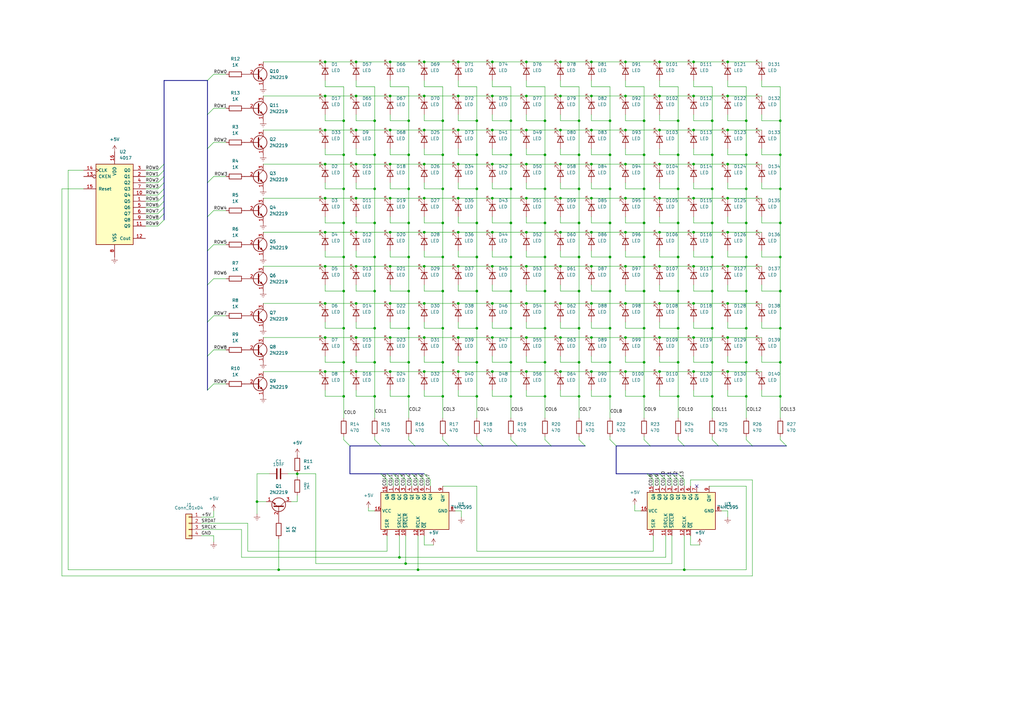
<source format=kicad_sch>
(kicad_sch (version 20220104) (generator eeschema)
  (paper "A3")
  (junction (at 223.52 119.38))
  (junction (at 229.87 53.34))
  (junction (at 264.16 91.44))
  (junction (at 173.99 67.31))
  (junction (at 278.13 77.47))
  (junction (at 209.55 148.59))
  (junction (at 264.16 162.56))
  (junction (at 298.45 152.4))
  (junction (at 242.57 109.22))
  (junction (at 284.48 81.28))
  (junction (at 173.99 81.28))
  (junction (at 320.04 63.5))
  (junction (at 201.93 109.22))
  (junction (at 133.35 67.31))
  (junction (at 140.97 162.56))
  (junction (at 209.55 105.41))
  (junction (at 146.05 109.22))
  (junction (at 280.67 233.68))
  (junction (at 153.67 134.62))
  (junction (at 306.07 77.47))
  (junction (at 264.16 77.47))
  (junction (at 298.45 138.43))
  (junction (at 292.1 105.41))
  (junction (at 146.05 67.31))
  (junction (at 292.1 49.53))
  (junction (at 278.13 91.44))
  (junction (at 298.45 124.46))
  (junction (at 187.96 152.4))
  (junction (at 229.87 152.4))
  (junction (at 298.45 95.25))
  (junction (at 181.61 134.62))
  (junction (at 278.13 105.41))
  (junction (at 306.07 119.38))
  (junction (at 229.87 67.31))
  (junction (at 153.67 148.59))
  (junction (at 160.02 67.31))
  (junction (at 153.67 119.38))
  (junction (at 250.19 119.38))
  (junction (at 292.1 134.62))
  (junction (at 140.97 91.44))
  (junction (at 292.1 77.47))
  (junction (at 215.9 152.4))
  (junction (at 160.02 152.4))
  (junction (at 250.19 77.47))
  (junction (at 215.9 67.31))
  (junction (at 270.51 25.4))
  (junction (at 223.52 134.62))
  (junction (at 284.48 138.43))
  (junction (at 237.49 119.38))
  (junction (at 215.9 25.4))
  (junction (at 223.52 77.47))
  (junction (at 270.51 95.25))
  (junction (at 250.19 91.44))
  (junction (at 187.96 138.43))
  (junction (at 201.93 53.34))
  (junction (at 292.1 162.56))
  (junction (at 133.35 53.34))
  (junction (at 270.51 39.37))
  (junction (at 153.67 63.5))
  (junction (at 133.35 81.28))
  (junction (at 160.02 39.37))
  (junction (at 250.19 148.59))
  (junction (at 284.48 109.22))
  (junction (at 153.67 162.56))
  (junction (at 167.64 162.56))
  (junction (at 167.64 134.62))
  (junction (at 181.61 77.47))
  (junction (at 201.93 152.4))
  (junction (at 284.48 53.34))
  (junction (at 153.67 91.44))
  (junction (at 278.13 63.5))
  (junction (at 195.58 119.38))
  (junction (at 201.93 81.28))
  (junction (at 160.02 109.22))
  (junction (at 133.35 95.25))
  (junction (at 153.67 49.53))
  (junction (at 250.19 134.62))
  (junction (at 181.61 148.59))
  (junction (at 181.61 162.56))
  (junction (at 187.96 67.31))
  (junction (at 201.93 124.46))
  (junction (at 153.67 105.41))
  (junction (at 306.07 63.5))
  (junction (at 167.64 148.59))
  (junction (at 140.97 63.5))
  (junction (at 284.48 67.31))
  (junction (at 320.04 77.47))
  (junction (at 146.05 81.28))
  (junction (at 140.97 134.62))
  (junction (at 284.48 39.37))
  (junction (at 215.9 39.37))
  (junction (at 187.96 124.46))
  (junction (at 215.9 81.28))
  (junction (at 292.1 119.38))
  (junction (at 146.05 138.43))
  (junction (at 209.55 162.56))
  (junction (at 242.57 39.37))
  (junction (at 270.51 138.43))
  (junction (at 256.54 138.43))
  (junction (at 140.97 77.47))
  (junction (at 242.57 67.31))
  (junction (at 146.05 25.4))
  (junction (at 256.54 81.28))
  (junction (at 264.16 119.38))
  (junction (at 201.93 95.25))
  (junction (at 320.04 162.56))
  (junction (at 153.67 77.47))
  (junction (at 298.45 81.28))
  (junction (at 237.49 134.62))
  (junction (at 292.1 91.44))
  (junction (at 256.54 109.22))
  (junction (at 242.57 152.4))
  (junction (at 229.87 138.43))
  (junction (at 209.55 63.5))
  (junction (at 284.48 95.25))
  (junction (at 160.02 53.34))
  (junction (at 187.96 95.25))
  (junction (at 201.93 25.4))
  (junction (at 209.55 49.53))
  (junction (at 173.99 25.4))
  (junction (at 320.04 49.53))
  (junction (at 320.04 119.38))
  (junction (at 223.52 105.41))
  (junction (at 320.04 91.44))
  (junction (at 195.58 77.47))
  (junction (at 264.16 105.41))
  (junction (at 195.58 91.44))
  (junction (at 167.64 91.44))
  (junction (at 223.52 148.59))
  (junction (at 187.96 81.28))
  (junction (at 270.51 152.4))
  (junction (at 270.51 124.46))
  (junction (at 133.35 25.4))
  (junction (at 146.05 124.46))
  (junction (at 173.99 124.46))
  (junction (at 173.99 109.22))
  (junction (at 278.13 49.53))
  (junction (at 195.58 162.56))
  (junction (at 209.55 91.44))
  (junction (at 242.57 81.28))
  (junction (at 264.16 134.62))
  (junction (at 223.52 63.5))
  (junction (at 201.93 39.37))
  (junction (at 209.55 134.62))
  (junction (at 256.54 67.31))
  (junction (at 160.02 138.43))
  (junction (at 160.02 25.4))
  (junction (at 237.49 148.59))
  (junction (at 229.87 109.22))
  (junction (at 250.19 162.56))
  (junction (at 306.07 91.44))
  (junction (at 306.07 49.53))
  (junction (at 284.48 25.4))
  (junction (at 320.04 148.59))
  (junction (at 237.49 49.53))
  (junction (at 237.49 63.5))
  (junction (at 298.45 67.31))
  (junction (at 167.64 77.47))
  (junction (at 306.07 148.59))
  (junction (at 146.05 53.34))
  (junction (at 133.35 39.37))
  (junction (at 163.83 228.6))
  (junction (at 167.64 105.41))
  (junction (at 229.87 81.28))
  (junction (at 121.92 194.31))
  (junction (at 166.37 231.14))
  (junction (at 292.1 63.5))
  (junction (at 256.54 39.37))
  (junction (at 223.52 162.56))
  (junction (at 187.96 25.4))
  (junction (at 181.61 63.5))
  (junction (at 195.58 134.62))
  (junction (at 195.58 49.53))
  (junction (at 264.16 49.53))
  (junction (at 256.54 25.4))
  (junction (at 229.87 25.4))
  (junction (at 256.54 95.25))
  (junction (at 223.52 49.53))
  (junction (at 270.51 67.31))
  (junction (at 201.93 67.31))
  (junction (at 146.05 152.4))
  (junction (at 160.02 81.28))
  (junction (at 298.45 25.4))
  (junction (at 171.45 233.68))
  (junction (at 187.96 53.34))
  (junction (at 320.04 105.41))
  (junction (at 250.19 49.53))
  (junction (at 229.87 39.37))
  (junction (at 237.49 91.44))
  (junction (at 215.9 109.22))
  (junction (at 181.61 49.53))
  (junction (at 181.61 105.41))
  (junction (at 201.93 138.43))
  (junction (at 278.13 134.62))
  (junction (at 320.04 134.62))
  (junction (at 256.54 152.4))
  (junction (at 160.02 95.25))
  (junction (at 173.99 53.34))
  (junction (at 187.96 39.37))
  (junction (at 242.57 124.46))
  (junction (at 187.96 109.22))
  (junction (at 114.3 233.68))
  (junction (at 229.87 95.25))
  (junction (at 298.45 109.22))
  (junction (at 195.58 105.41))
  (junction (at 215.9 124.46))
  (junction (at 270.51 109.22))
  (junction (at 215.9 53.34))
  (junction (at 140.97 105.41))
  (junction (at 284.48 152.4))
  (junction (at 250.19 105.41))
  (junction (at 237.49 77.47))
  (junction (at 133.35 124.46))
  (junction (at 298.45 39.37))
  (junction (at 270.51 53.34))
  (junction (at 209.55 119.38))
  (junction (at 237.49 105.41))
  (junction (at 278.13 162.56))
  (junction (at 306.07 162.56))
  (junction (at 270.51 81.28))
  (junction (at 284.48 124.46))
  (junction (at 181.61 119.38))
  (junction (at 209.55 77.47))
  (junction (at 167.64 63.5))
  (junction (at 167.64 119.38))
  (junction (at 237.49 162.56))
  (junction (at 140.97 148.59))
  (junction (at 264.16 148.59))
  (junction (at 242.57 95.25))
  (junction (at 195.58 63.5))
  (junction (at 215.9 95.25))
  (junction (at 146.05 95.25))
  (junction (at 173.99 152.4))
  (junction (at 181.61 91.44))
  (junction (at 256.54 53.34))
  (junction (at 250.19 63.5))
  (junction (at 133.35 152.4))
  (junction (at 173.99 95.25))
  (junction (at 278.13 119.38))
  (junction (at 133.35 138.43))
  (junction (at 306.07 105.41))
  (junction (at 242.57 25.4))
  (junction (at 140.97 119.38))
  (junction (at 298.45 53.34))
  (junction (at 242.57 53.34))
  (junction (at 306.07 134.62))
  (junction (at 140.97 49.53))
  (junction (at 146.05 39.37))
  (junction (at 278.13 148.59))
  (junction (at 215.9 138.43))
  (junction (at 173.99 39.37))
  (junction (at 229.87 124.46))
  (junction (at 195.58 148.59))
  (junction (at 173.99 138.43))
  (junction (at 105.41 205.74))
  (junction (at 242.57 138.43))
  (junction (at 264.16 63.5))
  (junction (at 160.02 124.46))
  (junction (at 292.1 148.59))
  (junction (at 223.52 91.44))
  (junction (at 133.35 109.22))
  (junction (at 167.64 49.53))
  (junction (at 256.54 124.46))
  (no_connect (at 285.75 199.39))
  (bus_entry (at 67.31 67.31) (size -2.54 2.54))
  (bus_entry (at 270.51 194.31) (size 2.54 2.54))
  (bus_entry (at 267.97 194.31) (size 2.54 2.54))
  (bus_entry (at 67.31 80.01) (size -2.54 2.54))
  (bus_entry (at 85.09 60.96) (size 2.54 -2.54))
  (bus_entry (at 181.61 180.34) (size 2.54 2.54))
  (bus_entry (at 173.99 194.31) (size 2.54 2.54))
  (bus_entry (at 278.13 180.34) (size 2.54 2.54))
  (bus_entry (at 85.09 88.9) (size 2.54 -2.54))
  (bus_entry (at 153.67 180.34) (size 2.54 2.54))
  (bus_entry (at 171.45 194.31) (size 2.54 2.54))
  (bus_entry (at 306.07 180.34) (size 2.54 2.54))
  (bus_entry (at 67.31 87.63) (size -2.54 2.54))
  (bus_entry (at 273.05 194.31) (size 2.54 2.54))
  (bus_entry (at 67.31 85.09) (size -2.54 2.54))
  (bus_entry (at 85.09 146.05) (size 2.54 -2.54))
  (bus_entry (at 166.37 194.31) (size 2.54 2.54))
  (bus_entry (at 85.09 160.02) (size 2.54 -2.54))
  (bus_entry (at 67.31 72.39) (size -2.54 2.54))
  (bus_entry (at 67.31 74.93) (size -2.54 2.54))
  (bus_entry (at 264.16 180.34) (size 2.54 2.54))
  (bus_entry (at 320.04 180.34) (size 2.54 2.54))
  (bus_entry (at 168.91 194.31) (size 2.54 2.54))
  (bus_entry (at 223.52 180.34) (size 2.54 2.54))
  (bus_entry (at 67.31 90.17) (size -2.54 2.54))
  (bus_entry (at 265.43 194.31) (size 2.54 2.54))
  (bus_entry (at 67.31 77.47) (size -2.54 2.54))
  (bus_entry (at 195.58 180.34) (size 2.54 2.54))
  (bus_entry (at 67.31 82.55) (size -2.54 2.54))
  (bus_entry (at 158.75 194.31) (size 2.54 2.54))
  (bus_entry (at 163.83 194.31) (size 2.54 2.54))
  (bus_entry (at 156.21 194.31) (size 2.54 2.54))
  (bus_entry (at 85.09 74.93) (size 2.54 -2.54))
  (bus_entry (at 85.09 33.02) (size 2.54 -2.54))
  (bus_entry (at 237.49 180.34) (size 2.54 2.54))
  (bus_entry (at 161.29 194.31) (size 2.54 2.54))
  (bus_entry (at 292.1 180.34) (size 2.54 2.54))
  (bus_entry (at 85.09 46.99) (size 2.54 -2.54))
  (bus_entry (at 275.59 194.31) (size 2.54 2.54))
  (bus_entry (at 85.09 116.84) (size 2.54 -2.54))
  (bus_entry (at 278.13 194.31) (size 2.54 2.54))
  (bus_entry (at 167.64 180.34) (size 2.54 2.54))
  (bus_entry (at 209.55 180.34) (size 2.54 2.54))
  (bus_entry (at 67.31 69.85) (size -2.54 2.54))
  (bus_entry (at 250.19 180.34) (size 2.54 2.54))
  (bus_entry (at 85.09 102.87) (size 2.54 -2.54))
  (bus_entry (at 85.09 132.08) (size 2.54 -2.54))
  (bus_entry (at 140.97 180.34) (size 2.54 2.54))
  (bus (pts (xy 67.31 74.93) (xy 67.31 77.47)))
  (wire (pts (xy 312.42 33.02) (xy 312.42 35.56)))
  (wire (pts (xy 146.05 119.38) (xy 153.67 119.38)))
  (bus (pts (xy 85.09 46.99) (xy 85.09 60.96)))
  (wire (pts (xy 173.99 35.56) (xy 181.61 35.56)))
  (wire (pts (xy 229.87 25.4) (xy 242.57 25.4)))
  (wire (pts (xy 250.19 134.62) (xy 250.19 148.59)))
  (wire (pts (xy 298.45 53.34) (xy 312.42 53.34)))
  (wire (pts (xy 215.9 46.99) (xy 215.9 49.53)))
  (wire (pts (xy 201.93 77.47) (xy 209.55 77.47)))
  (wire (pts (xy 187.96 138.43) (xy 201.93 138.43)))
  (wire (pts (xy 129.54 194.31) (xy 129.54 231.14)))
  (wire (pts (xy 215.9 60.96) (xy 215.9 63.5)))
  (bus (pts (xy 67.31 33.02) (xy 67.31 67.31)))
  (wire (pts (xy 242.57 146.05) (xy 242.57 148.59)))
  (wire (pts (xy 284.48 46.99) (xy 284.48 49.53)))
  (wire (pts (xy 146.05 53.34) (xy 160.02 53.34)))
  (wire (pts (xy 298.45 152.4) (xy 312.42 152.4)))
  (wire (pts (xy 140.97 77.47) (xy 140.97 91.44)))
  (wire (pts (xy 256.54 60.96) (xy 256.54 63.5)))
  (wire (pts (xy 242.57 77.47) (xy 250.19 77.47)))
  (wire (pts (xy 160.02 109.22) (xy 173.99 109.22)))
  (wire (pts (xy 292.1 35.56) (xy 292.1 49.53)))
  (wire (pts (xy 34.29 69.85) (xy 27.94 69.85)))
  (wire (pts (xy 229.87 152.4) (xy 242.57 152.4)))
  (wire (pts (xy 275.59 199.39) (xy 275.59 196.85)))
  (wire (pts (xy 140.97 63.5) (xy 140.97 77.47)))
  (wire (pts (xy 284.48 146.05) (xy 284.48 148.59)))
  (bus (pts (xy 67.31 85.09) (xy 67.31 87.63)))
  (wire (pts (xy 114.3 233.68) (xy 171.45 233.68)))
  (wire (pts (xy 223.52 134.62) (xy 223.52 148.59)))
  (wire (pts (xy 153.67 49.53) (xy 153.67 63.5)))
  (wire (pts (xy 229.87 49.53) (xy 237.49 49.53)))
  (wire (pts (xy 298.45 105.41) (xy 306.07 105.41)))
  (wire (pts (xy 242.57 134.62) (xy 250.19 134.62)))
  (wire (pts (xy 215.9 119.38) (xy 223.52 119.38)))
  (wire (pts (xy 215.9 25.4) (xy 229.87 25.4)))
  (wire (pts (xy 229.87 46.99) (xy 229.87 49.53)))
  (wire (pts (xy 306.07 63.5) (xy 306.07 77.47)))
  (wire (pts (xy 160.02 138.43) (xy 173.99 138.43)))
  (wire (pts (xy 256.54 74.93) (xy 256.54 77.47)))
  (wire (pts (xy 256.54 33.02) (xy 256.54 35.56)))
  (wire (pts (xy 25.4 236.22) (xy 25.4 77.47)))
  (wire (pts (xy 140.97 49.53) (xy 140.97 63.5)))
  (wire (pts (xy 133.35 67.31) (xy 146.05 67.31)))
  (wire (pts (xy 146.05 148.59) (xy 153.67 148.59)))
  (wire (pts (xy 270.51 124.46) (xy 284.48 124.46)))
  (bus (pts (xy 143.51 194.31) (xy 156.21 194.31)))
  (wire (pts (xy 160.02 148.59) (xy 167.64 148.59)))
  (wire (pts (xy 133.35 119.38) (xy 140.97 119.38)))
  (wire (pts (xy 229.87 162.56) (xy 237.49 162.56)))
  (wire (pts (xy 215.9 146.05) (xy 215.9 148.59)))
  (bus (pts (xy 280.67 182.88) (xy 294.64 182.88)))
  (wire (pts (xy 173.99 119.38) (xy 181.61 119.38)))
  (wire (pts (xy 256.54 116.84) (xy 256.54 119.38)))
  (wire (pts (xy 146.05 102.87) (xy 146.05 105.41)))
  (wire (pts (xy 229.87 138.43) (xy 242.57 138.43)))
  (wire (pts (xy 201.93 105.41) (xy 209.55 105.41)))
  (wire (pts (xy 312.42 134.62) (xy 320.04 134.62)))
  (wire (pts (xy 229.87 53.34) (xy 242.57 53.34)))
  (wire (pts (xy 312.42 46.99) (xy 312.42 49.53)))
  (wire (pts (xy 242.57 102.87) (xy 242.57 105.41)))
  (wire (pts (xy 306.07 77.47) (xy 306.07 91.44)))
  (wire (pts (xy 181.61 179.07) (xy 181.61 180.34)))
  (wire (pts (xy 242.57 138.43) (xy 256.54 138.43)))
  (wire (pts (xy 140.97 179.07) (xy 140.97 180.34)))
  (wire (pts (xy 284.48 95.25) (xy 298.45 95.25)))
  (wire (pts (xy 312.42 74.93) (xy 312.42 77.47)))
  (wire (pts (xy 215.9 33.02) (xy 215.9 35.56)))
  (wire (pts (xy 284.48 138.43) (xy 298.45 138.43)))
  (wire (pts (xy 242.57 91.44) (xy 250.19 91.44)))
  (wire (pts (xy 82.55 217.17) (xy 99.06 217.17)))
  (wire (pts (xy 187.96 49.53) (xy 195.58 49.53)))
  (wire (pts (xy 167.64 63.5) (xy 167.64 77.47)))
  (wire (pts (xy 167.64 35.56) (xy 167.64 49.53)))
  (wire (pts (xy 201.93 53.34) (xy 215.9 53.34)))
  (wire (pts (xy 92.71 100.33) (xy 87.63 100.33)))
  (wire (pts (xy 171.45 199.39) (xy 171.45 196.85)))
  (wire (pts (xy 306.07 148.59) (xy 306.07 162.56)))
  (wire (pts (xy 201.93 60.96) (xy 201.93 63.5)))
  (bus (pts (xy 67.31 82.55) (xy 67.31 85.09)))
  (wire (pts (xy 201.93 146.05) (xy 201.93 148.59)))
  (wire (pts (xy 133.35 138.43) (xy 146.05 138.43)))
  (wire (pts (xy 133.35 46.99) (xy 133.35 49.53)))
  (wire (pts (xy 146.05 74.93) (xy 146.05 77.47)))
  (wire (pts (xy 292.1 105.41) (xy 292.1 119.38)))
  (wire (pts (xy 270.51 134.62) (xy 278.13 134.62)))
  (wire (pts (xy 284.48 35.56) (xy 292.1 35.56)))
  (wire (pts (xy 187.96 102.87) (xy 187.96 105.41)))
  (wire (pts (xy 215.9 116.84) (xy 215.9 119.38)))
  (wire (pts (xy 312.42 148.59) (xy 320.04 148.59)))
  (wire (pts (xy 237.49 162.56) (xy 237.49 171.45)))
  (wire (pts (xy 312.42 132.08) (xy 312.42 134.62)))
  (wire (pts (xy 187.96 105.41) (xy 195.58 105.41)))
  (wire (pts (xy 171.45 219.71) (xy 171.45 233.68)))
  (wire (pts (xy 250.19 77.47) (xy 250.19 91.44)))
  (bus (pts (xy 85.09 146.05) (xy 85.09 132.08)))
  (wire (pts (xy 298.45 162.56) (xy 306.07 162.56)))
  (wire (pts (xy 173.99 91.44) (xy 181.61 91.44)))
  (wire (pts (xy 312.42 63.5) (xy 320.04 63.5)))
  (wire (pts (xy 107.95 39.37) (xy 133.35 39.37)))
  (wire (pts (xy 160.02 116.84) (xy 160.02 119.38)))
  (wire (pts (xy 146.05 134.62) (xy 153.67 134.62)))
  (wire (pts (xy 160.02 88.9) (xy 160.02 91.44)))
  (bus (pts (xy 294.64 182.88) (xy 308.61 182.88)))
  (wire (pts (xy 187.96 148.59) (xy 195.58 148.59)))
  (wire (pts (xy 195.58 91.44) (xy 195.58 105.41)))
  (wire (pts (xy 146.05 124.46) (xy 160.02 124.46)))
  (wire (pts (xy 195.58 134.62) (xy 195.58 148.59)))
  (wire (pts (xy 201.93 109.22) (xy 215.9 109.22)))
  (wire (pts (xy 133.35 95.25) (xy 146.05 95.25)))
  (wire (pts (xy 284.48 53.34) (xy 298.45 53.34)))
  (wire (pts (xy 201.93 39.37) (xy 215.9 39.37)))
  (wire (pts (xy 270.51 67.31) (xy 284.48 67.31)))
  (wire (pts (xy 167.64 77.47) (xy 167.64 91.44)))
  (wire (pts (xy 284.48 49.53) (xy 292.1 49.53)))
  (wire (pts (xy 181.61 148.59) (xy 181.61 162.56)))
  (wire (pts (xy 195.58 148.59) (xy 195.58 162.56)))
  (wire (pts (xy 87.63 209.55) (xy 87.63 212.09)))
  (wire (pts (xy 229.87 81.28) (xy 242.57 81.28)))
  (wire (pts (xy 195.58 35.56) (xy 195.58 49.53)))
  (bus (pts (xy 85.09 160.02) (xy 85.09 146.05)))
  (wire (pts (xy 140.97 134.62) (xy 140.97 148.59)))
  (wire (pts (xy 187.96 67.31) (xy 201.93 67.31)))
  (wire (pts (xy 298.45 119.38) (xy 306.07 119.38)))
  (wire (pts (xy 187.96 109.22) (xy 201.93 109.22)))
  (wire (pts (xy 59.69 72.39) (xy 64.77 72.39)))
  (bus (pts (xy 171.45 194.31) (xy 173.99 194.31)))
  (wire (pts (xy 133.35 53.34) (xy 146.05 53.34)))
  (wire (pts (xy 280.67 233.68) (xy 280.67 219.71)))
  (wire (pts (xy 129.54 231.14) (xy 166.37 231.14)))
  (wire (pts (xy 284.48 148.59) (xy 292.1 148.59)))
  (bus (pts (xy 85.09 116.84) (xy 85.09 102.87)))
  (wire (pts (xy 201.93 102.87) (xy 201.93 105.41)))
  (wire (pts (xy 160.02 91.44) (xy 167.64 91.44)))
  (wire (pts (xy 107.95 109.22) (xy 133.35 109.22)))
  (wire (pts (xy 133.35 132.08) (xy 133.35 134.62)))
  (wire (pts (xy 146.05 116.84) (xy 146.05 119.38)))
  (wire (pts (xy 284.48 124.46) (xy 298.45 124.46)))
  (wire (pts (xy 146.05 138.43) (xy 160.02 138.43)))
  (wire (pts (xy 215.9 67.31) (xy 229.87 67.31)))
  (wire (pts (xy 306.07 91.44) (xy 306.07 105.41)))
  (wire (pts (xy 237.49 134.62) (xy 237.49 148.59)))
  (bus (pts (xy 270.51 194.31) (xy 273.05 194.31)))
  (wire (pts (xy 146.05 35.56) (xy 153.67 35.56)))
  (wire (pts (xy 298.45 134.62) (xy 306.07 134.62)))
  (wire (pts (xy 295.91 209.55) (xy 298.45 209.55)))
  (wire (pts (xy 320.04 35.56) (xy 320.04 49.53)))
  (wire (pts (xy 153.67 134.62) (xy 153.67 148.59)))
  (wire (pts (xy 270.51 109.22) (xy 284.48 109.22)))
  (wire (pts (xy 320.04 119.38) (xy 320.04 134.62)))
  (wire (pts (xy 242.57 148.59) (xy 250.19 148.59)))
  (wire (pts (xy 270.51 88.9) (xy 270.51 91.44)))
  (wire (pts (xy 187.96 46.99) (xy 187.96 49.53)))
  (wire (pts (xy 153.67 77.47) (xy 153.67 91.44)))
  (wire (pts (xy 312.42 160.02) (xy 312.42 162.56)))
  (wire (pts (xy 298.45 60.96) (xy 298.45 63.5)))
  (wire (pts (xy 229.87 146.05) (xy 229.87 148.59)))
  (wire (pts (xy 270.51 63.5) (xy 278.13 63.5)))
  (wire (pts (xy 163.83 199.39) (xy 163.83 196.85)))
  (bus (pts (xy 252.73 182.88) (xy 266.7 182.88)))
  (wire (pts (xy 181.61 49.53) (xy 181.61 63.5)))
  (bus (pts (xy 143.51 182.88) (xy 143.51 194.31)))
  (wire (pts (xy 173.99 223.52) (xy 173.99 219.71)))
  (wire (pts (xy 121.92 194.31) (xy 129.54 194.31)))
  (wire (pts (xy 256.54 67.31) (xy 270.51 67.31)))
  (wire (pts (xy 133.35 81.28) (xy 146.05 81.28)))
  (wire (pts (xy 270.51 162.56) (xy 278.13 162.56)))
  (wire (pts (xy 160.02 33.02) (xy 160.02 35.56)))
  (wire (pts (xy 298.45 33.02) (xy 298.45 35.56)))
  (wire (pts (xy 215.9 109.22) (xy 229.87 109.22)))
  (wire (pts (xy 146.05 46.99) (xy 146.05 49.53)))
  (wire (pts (xy 173.99 63.5) (xy 181.61 63.5)))
  (wire (pts (xy 27.94 69.85) (xy 27.94 233.68)))
  (wire (pts (xy 187.96 95.25) (xy 201.93 95.25)))
  (bus (pts (xy 308.61 182.88) (xy 322.58 182.88)))
  (wire (pts (xy 173.99 39.37) (xy 187.96 39.37)))
  (wire (pts (xy 298.45 91.44) (xy 306.07 91.44)))
  (wire (pts (xy 215.9 148.59) (xy 223.52 148.59)))
  (wire (pts (xy 229.87 63.5) (xy 237.49 63.5)))
  (wire (pts (xy 215.9 162.56) (xy 223.52 162.56)))
  (wire (pts (xy 201.93 74.93) (xy 201.93 77.47)))
  (wire (pts (xy 256.54 35.56) (xy 264.16 35.56)))
  (wire (pts (xy 284.48 74.93) (xy 284.48 77.47)))
  (wire (pts (xy 215.9 88.9) (xy 215.9 91.44)))
  (wire (pts (xy 87.63 219.71) (xy 87.63 222.25)))
  (wire (pts (xy 223.52 162.56) (xy 223.52 171.45)))
  (wire (pts (xy 201.93 35.56) (xy 209.55 35.56)))
  (wire (pts (xy 153.67 179.07) (xy 153.67 180.34)))
  (wire (pts (xy 242.57 74.93) (xy 242.57 77.47)))
  (wire (pts (xy 195.58 226.06) (xy 267.97 226.06)))
  (wire (pts (xy 92.71 143.51) (xy 87.63 143.51)))
  (wire (pts (xy 173.99 49.53) (xy 181.61 49.53)))
  (wire (pts (xy 242.57 162.56) (xy 250.19 162.56)))
  (wire (pts (xy 270.51 25.4) (xy 284.48 25.4)))
  (wire (pts (xy 256.54 77.47) (xy 264.16 77.47)))
  (wire (pts (xy 237.49 148.59) (xy 237.49 162.56)))
  (bus (pts (xy 266.7 182.88) (xy 280.67 182.88)))
  (wire (pts (xy 256.54 46.99) (xy 256.54 49.53)))
  (wire (pts (xy 306.07 162.56) (xy 306.07 171.45)))
  (wire (pts (xy 133.35 74.93) (xy 133.35 77.47)))
  (wire (pts (xy 201.93 67.31) (xy 215.9 67.31)))
  (wire (pts (xy 292.1 162.56) (xy 292.1 171.45)))
  (wire (pts (xy 242.57 53.34) (xy 256.54 53.34)))
  (wire (pts (xy 298.45 46.99) (xy 298.45 49.53)))
  (wire (pts (xy 187.96 152.4) (xy 201.93 152.4)))
  (wire (pts (xy 107.95 25.4) (xy 133.35 25.4)))
  (wire (pts (xy 270.51 199.39) (xy 270.51 196.85)))
  (wire (pts (xy 250.19 148.59) (xy 250.19 162.56)))
  (wire (pts (xy 153.67 105.41) (xy 153.67 119.38)))
  (wire (pts (xy 275.59 219.71) (xy 275.59 231.14)))
  (wire (pts (xy 256.54 49.53) (xy 264.16 49.53)))
  (wire (pts (xy 223.52 35.56) (xy 223.52 49.53)))
  (bus (pts (xy 67.31 67.31) (xy 67.31 69.85)))
  (wire (pts (xy 107.95 138.43) (xy 133.35 138.43)))
  (wire (pts (xy 306.07 105.41) (xy 306.07 119.38)))
  (wire (pts (xy 181.61 134.62) (xy 181.61 148.59)))
  (wire (pts (xy 215.9 81.28) (xy 229.87 81.28)))
  (wire (pts (xy 273.05 199.39) (xy 273.05 196.85)))
  (wire (pts (xy 173.99 33.02) (xy 173.99 35.56)))
  (wire (pts (xy 187.96 91.44) (xy 195.58 91.44)))
  (wire (pts (xy 292.1 91.44) (xy 292.1 105.41)))
  (wire (pts (xy 59.69 87.63) (xy 64.77 87.63)))
  (wire (pts (xy 167.64 148.59) (xy 167.64 162.56)))
  (wire (pts (xy 176.53 199.39) (xy 176.53 196.85)))
  (wire (pts (xy 160.02 162.56) (xy 167.64 162.56)))
  (wire (pts (xy 256.54 152.4) (xy 270.51 152.4)))
  (bus (pts (xy 166.37 194.31) (xy 168.91 194.31)))
  (wire (pts (xy 215.9 124.46) (xy 229.87 124.46)))
  (wire (pts (xy 312.42 77.47) (xy 320.04 77.47)))
  (wire (pts (xy 160.02 105.41) (xy 167.64 105.41)))
  (wire (pts (xy 242.57 88.9) (xy 242.57 91.44)))
  (wire (pts (xy 209.55 134.62) (xy 209.55 148.59)))
  (wire (pts (xy 306.07 179.07) (xy 306.07 180.34)))
  (wire (pts (xy 256.54 119.38) (xy 264.16 119.38)))
  (wire (pts (xy 270.51 148.59) (xy 278.13 148.59)))
  (wire (pts (xy 298.45 35.56) (xy 306.07 35.56)))
  (wire (pts (xy 181.61 91.44) (xy 181.61 105.41)))
  (wire (pts (xy 215.9 138.43) (xy 229.87 138.43)))
  (wire (pts (xy 223.52 105.41) (xy 223.52 119.38)))
  (wire (pts (xy 187.96 124.46) (xy 201.93 124.46)))
  (wire (pts (xy 229.87 148.59) (xy 237.49 148.59)))
  (wire (pts (xy 298.45 209.55) (xy 298.45 212.09)))
  (wire (pts (xy 133.35 109.22) (xy 146.05 109.22)))
  (wire (pts (xy 201.93 148.59) (xy 209.55 148.59)))
  (wire (pts (xy 298.45 63.5) (xy 306.07 63.5)))
  (wire (pts (xy 250.19 91.44) (xy 250.19 105.41)))
  (wire (pts (xy 187.96 81.28) (xy 201.93 81.28)))
  (wire (pts (xy 275.59 231.14) (xy 166.37 231.14)))
  (wire (pts (xy 146.05 49.53) (xy 153.67 49.53)))
  (wire (pts (xy 187.96 162.56) (xy 195.58 162.56)))
  (wire (pts (xy 92.71 44.45) (xy 87.63 44.45)))
  (wire (pts (xy 223.52 148.59) (xy 223.52 162.56)))
  (wire (pts (xy 181.61 105.41) (xy 181.61 119.38)))
  (wire (pts (xy 298.45 124.46) (xy 312.42 124.46)))
  (wire (pts (xy 298.45 138.43) (xy 312.42 138.43)))
  (wire (pts (xy 278.13 162.56) (xy 278.13 171.45)))
  (wire (pts (xy 229.87 33.02) (xy 229.87 35.56)))
  (wire (pts (xy 229.87 132.08) (xy 229.87 134.62)))
  (wire (pts (xy 223.52 119.38) (xy 223.52 134.62)))
  (wire (pts (xy 140.97 35.56) (xy 140.97 49.53)))
  (wire (pts (xy 270.51 119.38) (xy 278.13 119.38)))
  (wire (pts (xy 256.54 95.25) (xy 270.51 95.25)))
  (wire (pts (xy 264.16 179.07) (xy 264.16 180.34)))
  (bus (pts (xy 85.09 74.93) (xy 85.09 60.96)))
  (wire (pts (xy 173.99 105.41) (xy 181.61 105.41)))
  (wire (pts (xy 160.02 74.93) (xy 160.02 77.47)))
  (wire (pts (xy 173.99 77.47) (xy 181.61 77.47)))
  (bus (pts (xy 184.15 182.88) (xy 198.12 182.88)))
  (wire (pts (xy 133.35 152.4) (xy 146.05 152.4)))
  (wire (pts (xy 146.05 132.08) (xy 146.05 134.62)))
  (wire (pts (xy 209.55 91.44) (xy 209.55 105.41)))
  (wire (pts (xy 173.99 146.05) (xy 173.99 148.59)))
  (wire (pts (xy 146.05 81.28) (xy 160.02 81.28)))
  (wire (pts (xy 284.48 102.87) (xy 284.48 105.41)))
  (wire (pts (xy 187.96 77.47) (xy 195.58 77.47)))
  (wire (pts (xy 237.49 119.38) (xy 237.49 134.62)))
  (wire (pts (xy 270.51 102.87) (xy 270.51 105.41)))
  (wire (pts (xy 229.87 134.62) (xy 237.49 134.62)))
  (wire (pts (xy 215.9 35.56) (xy 223.52 35.56)))
  (wire (pts (xy 153.67 35.56) (xy 153.67 49.53)))
  (wire (pts (xy 59.69 82.55) (xy 64.77 82.55)))
  (wire (pts (xy 306.07 119.38) (xy 306.07 134.62)))
  (wire (pts (xy 160.02 35.56) (xy 167.64 35.56)))
  (wire (pts (xy 298.45 160.02) (xy 298.45 162.56)))
  (wire (pts (xy 292.1 179.07) (xy 292.1 180.34)))
  (wire (pts (xy 229.87 77.47) (xy 237.49 77.47)))
  (wire (pts (xy 160.02 119.38) (xy 167.64 119.38)))
  (wire (pts (xy 264.16 63.5) (xy 264.16 77.47)))
  (wire (pts (xy 320.04 91.44) (xy 320.04 105.41)))
  (wire (pts (xy 290.83 199.39) (xy 306.07 199.39)))
  (wire (pts (xy 107.95 81.28) (xy 133.35 81.28)))
  (wire (pts (xy 284.48 105.41) (xy 292.1 105.41)))
  (bus (pts (xy 67.31 80.01) (xy 67.31 82.55)))
  (wire (pts (xy 223.52 49.53) (xy 223.52 63.5)))
  (wire (pts (xy 312.42 162.56) (xy 320.04 162.56)))
  (wire (pts (xy 215.9 77.47) (xy 223.52 77.47)))
  (wire (pts (xy 270.51 35.56) (xy 278.13 35.56)))
  (wire (pts (xy 292.1 49.53) (xy 292.1 63.5)))
  (wire (pts (xy 173.99 132.08) (xy 173.99 134.62)))
  (wire (pts (xy 270.51 74.93) (xy 270.51 77.47)))
  (wire (pts (xy 187.96 25.4) (xy 201.93 25.4)))
  (wire (pts (xy 195.58 63.5) (xy 195.58 77.47)))
  (wire (pts (xy 312.42 119.38) (xy 320.04 119.38)))
  (wire (pts (xy 256.54 53.34) (xy 270.51 53.34)))
  (wire (pts (xy 298.45 49.53) (xy 306.07 49.53)))
  (wire (pts (xy 256.54 39.37) (xy 270.51 39.37)))
  (wire (pts (xy 278.13 49.53) (xy 278.13 63.5)))
  (wire (pts (xy 273.05 219.71) (xy 273.05 228.6)))
  (wire (pts (xy 133.35 39.37) (xy 146.05 39.37)))
  (wire (pts (xy 250.19 35.56) (xy 250.19 49.53)))
  (wire (pts (xy 298.45 148.59) (xy 306.07 148.59)))
  (wire (pts (xy 215.9 53.34) (xy 229.87 53.34)))
  (wire (pts (xy 242.57 39.37) (xy 256.54 39.37)))
  (wire (pts (xy 201.93 33.02) (xy 201.93 35.56)))
  (wire (pts (xy 292.1 63.5) (xy 292.1 77.47)))
  (wire (pts (xy 215.9 160.02) (xy 215.9 162.56)))
  (bus (pts (xy 226.06 182.88) (xy 240.03 182.88)))
  (wire (pts (xy 173.99 53.34) (xy 187.96 53.34)))
  (wire (pts (xy 173.99 102.87) (xy 173.99 105.41)))
  (wire (pts (xy 195.58 119.38) (xy 195.58 134.62)))
  (wire (pts (xy 167.64 134.62) (xy 167.64 148.59)))
  (wire (pts (xy 284.48 39.37) (xy 298.45 39.37)))
  (wire (pts (xy 242.57 124.46) (xy 256.54 124.46)))
  (wire (pts (xy 312.42 60.96) (xy 312.42 63.5)))
  (wire (pts (xy 270.51 95.25) (xy 284.48 95.25)))
  (wire (pts (xy 146.05 39.37) (xy 160.02 39.37)))
  (wire (pts (xy 133.35 116.84) (xy 133.35 119.38)))
  (wire (pts (xy 59.69 74.93) (xy 64.77 74.93)))
  (wire (pts (xy 146.05 25.4) (xy 160.02 25.4)))
  (wire (pts (xy 256.54 25.4) (xy 270.51 25.4)))
  (wire (pts (xy 187.96 88.9) (xy 187.96 91.44)))
  (wire (pts (xy 223.52 91.44) (xy 223.52 105.41)))
  (wire (pts (xy 283.21 199.39) (xy 283.21 196.85)))
  (wire (pts (xy 229.87 91.44) (xy 237.49 91.44)))
  (wire (pts (xy 133.35 60.96) (xy 133.35 63.5)))
  (wire (pts (xy 292.1 77.47) (xy 292.1 91.44)))
  (wire (pts (xy 260.35 207.01) (xy 260.35 209.55)))
  (wire (pts (xy 173.99 81.28) (xy 187.96 81.28)))
  (wire (pts (xy 256.54 162.56) (xy 264.16 162.56)))
  (wire (pts (xy 242.57 25.4) (xy 256.54 25.4)))
  (wire (pts (xy 59.69 69.85) (xy 64.77 69.85)))
  (wire (pts (xy 284.48 160.02) (xy 284.48 162.56)))
  (wire (pts (xy 92.71 114.3) (xy 87.63 114.3)))
  (wire (pts (xy 250.19 119.38) (xy 250.19 134.62)))
  (wire (pts (xy 284.48 119.38) (xy 292.1 119.38)))
  (wire (pts (xy 270.51 53.34) (xy 284.48 53.34)))
  (wire (pts (xy 187.96 74.93) (xy 187.96 77.47)))
  (bus (pts (xy 67.31 72.39) (xy 67.31 74.93)))
  (wire (pts (xy 195.58 49.53) (xy 195.58 63.5)))
  (bus (pts (xy 273.05 194.31) (xy 275.59 194.31)))
  (wire (pts (xy 284.48 88.9) (xy 284.48 91.44)))
  (wire (pts (xy 160.02 53.34) (xy 173.99 53.34)))
  (wire (pts (xy 278.13 119.38) (xy 278.13 134.62)))
  (wire (pts (xy 167.64 119.38) (xy 167.64 134.62)))
  (wire (pts (xy 278.13 134.62) (xy 278.13 148.59)))
  (wire (pts (xy 298.45 88.9) (xy 298.45 91.44)))
  (wire (pts (xy 181.61 199.39) (xy 195.58 199.39)))
  (wire (pts (xy 256.54 88.9) (xy 256.54 91.44)))
  (wire (pts (xy 312.42 35.56) (xy 320.04 35.56)))
  (wire (pts (xy 160.02 146.05) (xy 160.02 148.59)))
  (wire (pts (xy 92.71 58.42) (xy 87.63 58.42)))
  (wire (pts (xy 146.05 63.5) (xy 153.67 63.5)))
  (wire (pts (xy 140.97 148.59) (xy 140.97 162.56)))
  (wire (pts (xy 223.52 179.07) (xy 223.52 180.34)))
  (bus (pts (xy 85.09 132.08) (xy 85.09 116.84)))
  (wire (pts (xy 256.54 81.28) (xy 270.51 81.28)))
  (wire (pts (xy 146.05 152.4) (xy 160.02 152.4)))
  (wire (pts (xy 133.35 35.56) (xy 140.97 35.56)))
  (wire (pts (xy 215.9 74.93) (xy 215.9 77.47)))
  (wire (pts (xy 189.23 209.55) (xy 189.23 212.09)))
  (wire (pts (xy 187.96 160.02) (xy 187.96 162.56)))
  (wire (pts (xy 262.89 209.55) (xy 260.35 209.55)))
  (wire (pts (xy 201.93 63.5) (xy 209.55 63.5)))
  (wire (pts (xy 181.61 63.5) (xy 181.61 77.47)))
  (wire (pts (xy 270.51 46.99) (xy 270.51 49.53)))
  (wire (pts (xy 92.71 72.39) (xy 87.63 72.39)))
  (wire (pts (xy 229.87 160.02) (xy 229.87 162.56)))
  (wire (pts (xy 287.02 223.52) (xy 283.21 223.52)))
  (wire (pts (xy 298.45 77.47) (xy 306.07 77.47)))
  (bus (pts (xy 85.09 88.9) (xy 85.09 74.93)))
  (wire (pts (xy 270.51 152.4) (xy 284.48 152.4)))
  (wire (pts (xy 256.54 124.46) (xy 270.51 124.46)))
  (wire (pts (xy 229.87 109.22) (xy 242.57 109.22)))
  (wire (pts (xy 195.58 105.41) (xy 195.58 119.38)))
  (wire (pts (xy 256.54 148.59) (xy 264.16 148.59)))
  (wire (pts (xy 320.04 179.07) (xy 320.04 180.34)))
  (wire (pts (xy 242.57 160.02) (xy 242.57 162.56)))
  (wire (pts (xy 140.97 119.38) (xy 140.97 134.62)))
  (wire (pts (xy 256.54 134.62) (xy 264.16 134.62)))
  (wire (pts (xy 82.55 214.63) (xy 101.6 214.63)))
  (wire (pts (xy 242.57 33.02) (xy 242.57 35.56)))
  (wire (pts (xy 173.99 148.59) (xy 181.61 148.59)))
  (wire (pts (xy 121.92 205.74) (xy 119.38 205.74)))
  (wire (pts (xy 133.35 91.44) (xy 140.97 91.44)))
  (wire (pts (xy 250.19 49.53) (xy 250.19 63.5)))
  (wire (pts (xy 250.19 105.41) (xy 250.19 119.38)))
  (wire (pts (xy 284.48 162.56) (xy 292.1 162.56)))
  (wire (pts (xy 237.49 105.41) (xy 237.49 119.38)))
  (wire (pts (xy 160.02 102.87) (xy 160.02 105.41)))
  (wire (pts (xy 25.4 236.22) (xy 308.61 236.22)))
  (wire (pts (xy 284.48 109.22) (xy 298.45 109.22)))
  (wire (pts (xy 264.16 105.41) (xy 264.16 119.38)))
  (wire (pts (xy 270.51 81.28) (xy 284.48 81.28)))
  (wire (pts (xy 173.99 199.39) (xy 173.99 196.85)))
  (wire (pts (xy 187.96 119.38) (xy 195.58 119.38)))
  (wire (pts (xy 146.05 33.02) (xy 146.05 35.56)))
  (wire (pts (xy 160.02 67.31) (xy 173.99 67.31)))
  (wire (pts (xy 133.35 88.9) (xy 133.35 91.44)))
  (wire (pts (xy 173.99 109.22) (xy 187.96 109.22)))
  (wire (pts (xy 173.99 67.31) (xy 187.96 67.31)))
  (wire (pts (xy 306.07 134.62) (xy 306.07 148.59)))
  (wire (pts (xy 242.57 60.96) (xy 242.57 63.5)))
  (wire (pts (xy 59.69 80.01) (xy 64.77 80.01)))
  (wire (pts (xy 298.45 39.37) (xy 312.42 39.37)))
  (wire (pts (xy 101.6 226.06) (xy 158.75 226.06)))
  (wire (pts (xy 306.07 233.68) (xy 280.67 233.68)))
  (wire (pts (xy 133.35 33.02) (xy 133.35 35.56)))
  (wire (pts (xy 308.61 196.85) (xy 308.61 236.22)))
  (wire (pts (xy 283.21 223.52) (xy 283.21 219.71)))
  (wire (pts (xy 229.87 39.37) (xy 242.57 39.37)))
  (wire (pts (xy 270.51 138.43) (xy 284.48 138.43)))
  (wire (pts (xy 146.05 95.25) (xy 160.02 95.25)))
  (wire (pts (xy 160.02 132.08) (xy 160.02 134.62)))
  (wire (pts (xy 256.54 138.43) (xy 270.51 138.43)))
  (wire (pts (xy 173.99 95.25) (xy 187.96 95.25)))
  (wire (pts (xy 256.54 105.41) (xy 264.16 105.41)))
  (wire (pts (xy 298.45 109.22) (xy 312.42 109.22)))
  (wire (pts (xy 242.57 116.84) (xy 242.57 119.38)))
  (wire (pts (xy 270.51 160.02) (xy 270.51 162.56)))
  (wire (pts (xy 209.55 77.47) (xy 209.55 91.44)))
  (wire (pts (xy 278.13 148.59) (xy 278.13 162.56)))
  (bus (pts (xy 67.31 33.02) (xy 85.09 33.02)))
  (wire (pts (xy 201.93 124.46) (xy 215.9 124.46)))
  (wire (pts (xy 284.48 60.96) (xy 284.48 63.5)))
  (bus (pts (xy 198.12 182.88) (xy 212.09 182.88)))
  (wire (pts (xy 173.99 74.93) (xy 173.99 77.47)))
  (wire (pts (xy 284.48 33.02) (xy 284.48 35.56)))
  (wire (pts (xy 163.83 219.71) (xy 163.83 228.6)))
  (wire (pts (xy 215.9 63.5) (xy 223.52 63.5)))
  (wire (pts (xy 229.87 88.9) (xy 229.87 91.44)))
  (wire (pts (xy 173.99 124.46) (xy 187.96 124.46)))
  (wire (pts (xy 298.45 132.08) (xy 298.45 134.62)))
  (wire (pts (xy 153.67 63.5) (xy 153.67 77.47)))
  (wire (pts (xy 92.71 86.36) (xy 87.63 86.36)))
  (wire (pts (xy 320.04 63.5) (xy 320.04 77.47)))
  (wire (pts (xy 215.9 91.44) (xy 223.52 91.44)))
  (wire (pts (xy 146.05 67.31) (xy 160.02 67.31)))
  (bus (pts (xy 163.83 194.31) (xy 166.37 194.31)))
  (wire (pts (xy 242.57 132.08) (xy 242.57 134.62)))
  (wire (pts (xy 320.04 148.59) (xy 320.04 162.56)))
  (wire (pts (xy 312.42 91.44) (xy 320.04 91.44)))
  (bus (pts (xy 67.31 77.47) (xy 67.31 80.01)))
  (wire (pts (xy 242.57 63.5) (xy 250.19 63.5)))
  (wire (pts (xy 229.87 95.25) (xy 242.57 95.25)))
  (wire (pts (xy 215.9 134.62) (xy 223.52 134.62)))
  (wire (pts (xy 173.99 46.99) (xy 173.99 49.53)))
  (wire (pts (xy 237.49 179.07) (xy 237.49 180.34)))
  (wire (pts (xy 201.93 46.99) (xy 201.93 49.53)))
  (wire (pts (xy 133.35 160.02) (xy 133.35 162.56)))
  (wire (pts (xy 25.4 77.47) (xy 34.29 77.47)))
  (wire (pts (xy 237.49 77.47) (xy 237.49 91.44)))
  (wire (pts (xy 270.51 33.02) (xy 270.51 35.56)))
  (bus (pts (xy 168.91 194.31) (xy 171.45 194.31)))
  (wire (pts (xy 201.93 91.44) (xy 209.55 91.44)))
  (wire (pts (xy 229.87 116.84) (xy 229.87 119.38)))
  (wire (pts (xy 92.71 157.48) (xy 87.63 157.48)))
  (wire (pts (xy 267.97 196.85) (xy 267.97 199.39)))
  (wire (pts (xy 99.06 217.17) (xy 99.06 228.6)))
  (wire (pts (xy 201.93 138.43) (xy 215.9 138.43)))
  (wire (pts (xy 160.02 160.02) (xy 160.02 162.56)))
  (wire (pts (xy 160.02 39.37) (xy 173.99 39.37)))
  (bus (pts (xy 85.09 46.99) (xy 85.09 33.02)))
  (wire (pts (xy 256.54 109.22) (xy 270.51 109.22)))
  (wire (pts (xy 133.35 102.87) (xy 133.35 105.41)))
  (wire (pts (xy 107.95 95.25) (xy 133.35 95.25)))
  (wire (pts (xy 158.75 219.71) (xy 158.75 226.06)))
  (wire (pts (xy 114.3 220.98) (xy 114.3 233.68)))
  (wire (pts (xy 133.35 105.41) (xy 140.97 105.41)))
  (wire (pts (xy 242.57 46.99) (xy 242.57 49.53)))
  (wire (pts (xy 242.57 81.28) (xy 256.54 81.28)))
  (wire (pts (xy 264.16 77.47) (xy 264.16 91.44)))
  (wire (pts (xy 270.51 105.41) (xy 278.13 105.41)))
  (wire (pts (xy 160.02 25.4) (xy 173.99 25.4)))
  (wire (pts (xy 320.04 77.47) (xy 320.04 91.44)))
  (wire (pts (xy 173.99 160.02) (xy 173.99 162.56)))
  (bus (pts (xy 67.31 69.85) (xy 67.31 72.39)))
  (wire (pts (xy 292.1 119.38) (xy 292.1 134.62)))
  (wire (pts (xy 181.61 35.56) (xy 181.61 49.53)))
  (wire (pts (xy 278.13 77.47) (xy 278.13 91.44)))
  (bus (pts (xy 156.21 182.88) (xy 170.18 182.88)))
  (wire (pts (xy 270.51 39.37) (xy 284.48 39.37)))
  (wire (pts (xy 209.55 105.41) (xy 209.55 119.38)))
  (wire (pts (xy 160.02 60.96) (xy 160.02 63.5)))
  (wire (pts (xy 153.67 148.59) (xy 153.67 162.56)))
  (wire (pts (xy 121.92 194.31) (xy 121.92 195.58)))
  (wire (pts (xy 173.99 138.43) (xy 187.96 138.43)))
  (wire (pts (xy 215.9 105.41) (xy 223.52 105.41)))
  (wire (pts (xy 201.93 88.9) (xy 201.93 91.44)))
  (wire (pts (xy 195.58 199.39) (xy 195.58 226.06)))
  (wire (pts (xy 278.13 91.44) (xy 278.13 105.41)))
  (wire (pts (xy 284.48 91.44) (xy 292.1 91.44)))
  (wire (pts (xy 312.42 88.9) (xy 312.42 91.44)))
  (wire (pts (xy 242.57 152.4) (xy 256.54 152.4)))
  (wire (pts (xy 278.13 63.5) (xy 278.13 77.47)))
  (wire (pts (xy 105.41 205.74) (xy 105.41 194.31)))
  (wire (pts (xy 160.02 63.5) (xy 167.64 63.5)))
  (wire (pts (xy 292.1 148.59) (xy 292.1 162.56)))
  (wire (pts (xy 186.69 209.55) (xy 189.23 209.55)))
  (wire (pts (xy 229.87 60.96) (xy 229.87 63.5)))
  (wire (pts (xy 161.29 199.39) (xy 161.29 196.85)))
  (wire (pts (xy 264.16 162.56) (xy 264.16 171.45)))
  (wire (pts (xy 173.99 25.4) (xy 187.96 25.4)))
  (wire (pts (xy 201.93 49.53) (xy 209.55 49.53)))
  (wire (pts (xy 173.99 88.9) (xy 173.99 91.44)))
  (wire (pts (xy 187.96 134.62) (xy 195.58 134.62)))
  (wire (pts (xy 201.93 134.62) (xy 209.55 134.62)))
  (wire (pts (xy 298.45 102.87) (xy 298.45 105.41)))
  (wire (pts (xy 168.91 199.39) (xy 168.91 196.85)))
  (wire (pts (xy 59.69 77.47) (xy 64.77 77.47)))
  (wire (pts (xy 105.41 205.74) (xy 109.22 205.74)))
  (wire (pts (xy 187.96 132.08) (xy 187.96 134.62)))
  (wire (pts (xy 312.42 146.05) (xy 312.42 148.59)))
  (wire (pts (xy 160.02 46.99) (xy 160.02 49.53)))
  (wire (pts (xy 160.02 134.62) (xy 167.64 134.62)))
  (wire (pts (xy 298.45 74.93) (xy 298.45 77.47)))
  (wire (pts (xy 167.64 105.41) (xy 167.64 119.38)))
  (wire (pts (xy 140.97 91.44) (xy 140.97 105.41)))
  (wire (pts (xy 140.97 105.41) (xy 140.97 119.38)))
  (bus (pts (xy 267.97 194.31) (xy 270.51 194.31)))
  (wire (pts (xy 270.51 77.47) (xy 278.13 77.47)))
  (wire (pts (xy 242.57 95.25) (xy 256.54 95.25)))
  (wire (pts (xy 209.55 179.07) (xy 209.55 180.34)))
  (wire (pts (xy 195.58 77.47) (xy 195.58 91.44)))
  (wire (pts (xy 59.69 90.17) (xy 64.77 90.17)))
  (wire (pts (xy 187.96 35.56) (xy 195.58 35.56)))
  (wire (pts (xy 320.04 162.56) (xy 320.04 171.45)))
  (wire (pts (xy 173.99 116.84) (xy 173.99 119.38)))
  (wire (pts (xy 237.49 35.56) (xy 237.49 49.53)))
  (wire (pts (xy 187.96 60.96) (xy 187.96 63.5)))
  (wire (pts (xy 160.02 81.28) (xy 173.99 81.28)))
  (wire (pts (xy 278.13 35.56) (xy 278.13 49.53)))
  (wire (pts (xy 209.55 35.56) (xy 209.55 49.53)))
  (wire (pts (xy 237.49 63.5) (xy 237.49 77.47)))
  (wire (pts (xy 59.69 85.09) (xy 64.77 85.09)))
  (wire (pts (xy 101.6 214.63) (xy 101.6 226.06)))
  (wire (pts (xy 146.05 77.47) (xy 153.67 77.47)))
  (wire (pts (xy 209.55 148.59) (xy 209.55 162.56)))
  (wire (pts (xy 160.02 152.4) (xy 173.99 152.4)))
  (wire (pts (xy 82.55 219.71) (xy 87.63 219.71)))
  (wire (pts (xy 256.54 146.05) (xy 256.54 148.59)))
  (wire (pts (xy 242.57 105.41) (xy 250.19 105.41)))
  (wire (pts (xy 250.19 162.56) (xy 250.19 171.45)))
  (wire (pts (xy 133.35 124.46) (xy 146.05 124.46)))
  (wire (pts (xy 201.93 119.38) (xy 209.55 119.38)))
  (wire (pts (xy 59.69 92.71) (xy 64.77 92.71)))
  (wire (pts (xy 107.95 67.31) (xy 133.35 67.31)))
  (bus (pts (xy 170.18 182.88) (xy 184.15 182.88)))
  (wire (pts (xy 256.54 132.08) (xy 256.54 134.62)))
  (wire (pts (xy 270.51 146.05) (xy 270.51 148.59)))
  (wire (pts (xy 153.67 119.38) (xy 153.67 134.62)))
  (wire (pts (xy 306.07 199.39) (xy 306.07 233.68)))
  (wire (pts (xy 278.13 179.07) (xy 278.13 180.34)))
  (wire (pts (xy 250.19 63.5) (xy 250.19 77.47)))
  (wire (pts (xy 229.87 119.38) (xy 237.49 119.38)))
  (bus (pts (xy 275.59 194.31) (xy 278.13 194.31)))
  (wire (pts (xy 167.64 91.44) (xy 167.64 105.41)))
  (wire (pts (xy 320.04 49.53) (xy 320.04 63.5)))
  (wire (pts (xy 146.05 109.22) (xy 160.02 109.22)))
  (wire (pts (xy 166.37 199.39) (xy 166.37 196.85)))
  (wire (pts (xy 209.55 63.5) (xy 209.55 77.47)))
  (wire (pts (xy 160.02 49.53) (xy 167.64 49.53)))
  (wire (pts (xy 298.45 116.84) (xy 298.45 119.38)))
  (wire (pts (xy 201.93 132.08) (xy 201.93 134.62)))
  (wire (pts (xy 284.48 77.47) (xy 292.1 77.47)))
  (wire (pts (xy 107.95 53.34) (xy 133.35 53.34)))
  (wire (pts (xy 264.16 148.59) (xy 264.16 162.56)))
  (wire (pts (xy 306.07 35.56) (xy 306.07 49.53)))
  (wire (pts (xy 201.93 160.02) (xy 201.93 162.56)))
  (wire (pts (xy 312.42 49.53) (xy 320.04 49.53)))
  (wire (pts (xy 201.93 152.4) (xy 215.9 152.4)))
  (wire (pts (xy 187.96 39.37) (xy 201.93 39.37)))
  (wire (pts (xy 209.55 49.53) (xy 209.55 63.5)))
  (wire (pts (xy 284.48 67.31) (xy 298.45 67.31)))
  (wire (pts (xy 229.87 105.41) (xy 237.49 105.41)))
  (wire (pts (xy 237.49 49.53) (xy 237.49 63.5)))
  (wire (pts (xy 284.48 25.4) (xy 298.45 25.4)))
  (wire (pts (xy 229.87 67.31) (xy 242.57 67.31)))
  (wire (pts (xy 167.64 179.07) (xy 167.64 180.34)))
  (wire (pts (xy 133.35 77.47) (xy 140.97 77.47)))
  (wire (pts (xy 278.13 199.39) (xy 278.13 196.85)))
  (wire (pts (xy 171.45 233.68) (xy 280.67 233.68)))
  (wire (pts (xy 151.13 209.55) (xy 151.13 208.28)))
  (wire (pts (xy 256.54 91.44) (xy 264.16 91.44)))
  (wire (pts (xy 181.61 162.56) (xy 181.61 171.45)))
  (wire (pts (xy 270.51 132.08) (xy 270.51 134.62)))
  (wire (pts (xy 306.07 49.53) (xy 306.07 63.5)))
  (wire (pts (xy 209.55 119.38) (xy 209.55 134.62)))
  (wire (pts (xy 160.02 77.47) (xy 167.64 77.47)))
  (wire (pts (xy 167.64 162.56) (xy 167.64 171.45)))
  (wire (pts (xy 280.67 199.39) (xy 280.67 196.85)))
  (wire (pts (xy 242.57 49.53) (xy 250.19 49.53)))
  (wire (pts (xy 133.35 146.05) (xy 133.35 148.59)))
  (wire (pts (xy 242.57 67.31) (xy 256.54 67.31)))
  (wire (pts (xy 284.48 134.62) (xy 292.1 134.62)))
  (wire (pts (xy 146.05 160.02) (xy 146.05 162.56)))
  (bus (pts (xy 67.31 87.63) (xy 67.31 90.17)))
  (wire (pts (xy 153.67 162.56) (xy 153.67 171.45)))
  (wire (pts (xy 133.35 162.56) (xy 140.97 162.56)))
  (wire (pts (xy 99.06 228.6) (xy 163.83 228.6)))
  (wire (pts (xy 133.35 134.62) (xy 140.97 134.62)))
  (wire (pts (xy 284.48 132.08) (xy 284.48 134.62)))
  (wire (pts (xy 160.02 124.46) (xy 173.99 124.46)))
  (bus (pts (xy 265.43 194.31) (xy 267.97 194.31)))
  (wire (pts (xy 284.48 63.5) (xy 292.1 63.5)))
  (wire (pts (xy 298.45 25.4) (xy 312.42 25.4)))
  (wire (pts (xy 146.05 105.41) (xy 153.67 105.41)))
  (wire (pts (xy 181.61 77.47) (xy 181.61 91.44)))
  (wire (pts (xy 242.57 35.56) (xy 250.19 35.56)))
  (wire (pts (xy 177.8 223.52) (xy 173.99 223.52)))
  (wire (pts (xy 237.49 91.44) (xy 237.49 105.41)))
  (wire (pts (xy 146.05 146.05) (xy 146.05 148.59)))
  (wire (pts (xy 267.97 226.06) (xy 267.97 219.71)))
  (wire (pts (xy 201.93 162.56) (xy 209.55 162.56)))
  (wire (pts (xy 215.9 49.53) (xy 223.52 49.53)))
  (wire (pts (xy 133.35 49.53) (xy 140.97 49.53)))
  (wire (pts (xy 158.75 196.85) (xy 158.75 199.39)))
  (wire (pts (xy 298.45 95.25) (xy 312.42 95.25)))
  (wire (pts (xy 195.58 179.07) (xy 195.58 180.34)))
  (wire (pts (xy 270.51 116.84) (xy 270.51 119.38)))
  (wire (pts (xy 27.94 233.68) (xy 114.3 233.68)))
  (bus (pts (xy 252.73 182.88) (xy 252.73 194.31)))
  (wire (pts (xy 256.54 160.02) (xy 256.54 162.56)))
  (wire (pts (xy 264.16 49.53) (xy 264.16 63.5)))
  (wire (pts (xy 167.64 49.53) (xy 167.64 63.5)))
  (wire (pts (xy 320.04 134.62) (xy 320.04 148.59)))
  (wire (pts (xy 201.93 25.4) (xy 215.9 25.4)))
  (wire (pts (xy 264.16 119.38) (xy 264.16 134.62)))
  (wire (pts (xy 312.42 102.87) (xy 312.42 105.41)))
  (wire (pts (xy 264.16 35.56) (xy 264.16 49.53)))
  (wire (pts (xy 215.9 39.37) (xy 229.87 39.37)))
  (wire (pts (xy 278.13 105.41) (xy 278.13 119.38)))
  (bus (pts (xy 161.29 194.31) (xy 163.83 194.31)))
  (bus (pts (xy 252.73 194.31) (xy 265.43 194.31)))
  (wire (pts (xy 298.45 67.31) (xy 312.42 67.31)))
  (wire (pts (xy 187.96 146.05) (xy 187.96 148.59)))
  (wire (pts (xy 242.57 119.38) (xy 250.19 119.38)))
  (wire (pts (xy 105.41 205.74) (xy 105.41 210.82)))
  (wire (pts (xy 133.35 63.5) (xy 140.97 63.5)))
  (wire (pts (xy 223.52 63.5) (xy 223.52 77.47)))
  (wire (pts (xy 264.16 134.62) (xy 264.16 148.59)))
  (wire (pts (xy 209.55 162.56) (xy 209.55 171.45)))
  (wire (pts (xy 312.42 116.84) (xy 312.42 119.38)))
  (wire (pts (xy 201.93 95.25) (xy 215.9 95.25)))
  (wire (pts (xy 187.96 63.5) (xy 195.58 63.5)))
  (wire (pts (xy 166.37 219.71) (xy 166.37 231.14)))
  (wire (pts (xy 270.51 60.96) (xy 270.51 63.5)))
  (wire (pts (xy 284.48 116.84) (xy 284.48 119.38)))
  (wire (pts (xy 215.9 132.08) (xy 215.9 134.62)))
  (wire (pts (xy 173.99 162.56) (xy 181.61 162.56)))
  (wire (pts (xy 160.02 95.25) (xy 173.99 95.25)))
  (wire (pts (xy 118.11 194.31) (xy 121.92 194.31)))
  (wire (pts (xy 229.87 74.93) (xy 229.87 77.47)))
  (wire (pts (xy 173.99 134.62) (xy 181.61 134.62)))
  (wire (pts (xy 92.71 30.48) (xy 87.63 30.48)))
  (wire (pts (xy 201.93 81.28) (xy 215.9 81.28)))
  (wire (pts (xy 264.16 91.44) (xy 264.16 105.41)))
  (wire (pts (xy 140.97 162.56) (xy 140.97 171.45)))
  (wire (pts (xy 320.04 105.41) (xy 320.04 119.38)))
  (wire (pts (xy 229.87 124.46) (xy 242.57 124.46)))
  (wire (pts (xy 107.95 124.46) (xy 133.35 124.46)))
  (wire (pts (xy 270.51 49.53) (xy 278.13 49.53)))
  (wire (pts (xy 153.67 209.55) (xy 151.13 209.55)))
  (bus (pts (xy 158.75 194.31) (xy 161.29 194.31)))
  (wire (pts (xy 283.21 196.85) (xy 308.61 196.85)))
  (wire (pts (xy 284.48 152.4) (xy 298.45 152.4)))
  (wire (pts (xy 229.87 35.56) (xy 237.49 35.56)))
  (wire (pts (xy 92.71 129.54) (xy 87.63 129.54)))
  (bus (pts (xy 212.09 182.88) (xy 226.06 182.88)))
  (wire (pts (xy 187.96 33.02) (xy 187.96 35.56)))
  (wire (pts (xy 273.05 228.6) (xy 163.83 228.6)))
  (wire (pts (xy 146.05 91.44) (xy 153.67 91.44)))
  (wire (pts (xy 215.9 95.25) (xy 229.87 95.25)))
  (bus (pts (xy 143.51 182.88) (xy 156.21 182.88)))
  (wire (pts (xy 270.51 91.44) (xy 278.13 91.44)))
  (wire (pts (xy 133.35 25.4) (xy 146.05 25.4)))
  (wire (pts (xy 181.61 119.38) (xy 181.61 134.62)))
  (wire (pts (xy 298.45 146.05) (xy 298.45 148.59)))
  (wire (pts (xy 312.42 105.41) (xy 320.04 105.41)))
  (wire (pts (xy 146.05 60.96) (xy 146.05 63.5)))
  (bus (pts (xy 156.21 194.31) (xy 158.75 194.31)))
  (wire (pts (xy 250.19 179.07) (xy 250.19 180.34)))
  (wire (pts (xy 215.9 152.4) (xy 229.87 152.4)))
  (wire (pts (xy 292.1 134.62) (xy 292.1 148.59)))
  (wire (pts (xy 284.48 81.28) (xy 298.45 81.28)))
  (wire (pts (xy 107.95 152.4) (xy 133.35 152.4)))
  (wire (pts (xy 146.05 88.9) (xy 146.05 91.44)))
  (wire (pts (xy 223.52 77.47) (xy 223.52 91.44)))
  (wire (pts (xy 256.54 102.87) (xy 256.54 105.41)))
  (wire (pts (xy 256.54 63.5) (xy 264.16 63.5)))
  (wire (pts (xy 187.96 116.84) (xy 187.96 119.38)))
  (wire (pts (xy 173.99 152.4) (xy 187.96 152.4)))
  (wire (pts (xy 242.57 109.22) (xy 256.54 109.22)))
  (wire (pts (xy 121.92 203.2) (xy 121.92 205.74)))
  (wire (pts (xy 187.96 53.34) (xy 201.93 53.34)))
  (wire (pts (xy 153.67 91.44) (xy 153.67 105.41)))
  (wire (pts (xy 173.99 60.96) (xy 173.99 63.5)))
  (wire (pts (xy 146.05 162.56) (xy 153.67 162.56)))
  (wire (pts (xy 133.35 148.59) (xy 140.97 148.59)))
  (wire (pts (xy 201.93 116.84) (xy 201.93 119.38)))
  (wire (pts (xy 215.9 102.87) (xy 215.9 105.41)))
  (wire (pts (xy 195.58 162.56) (xy 195.58 171.45)))
  (wire (pts (xy 82.55 212.09) (xy 87.63 212.09)))
  (bus (pts (xy 85.09 102.87) (xy 85.09 88.9)))
  (wire (pts (xy 229.87 102.87) (xy 229.87 105.41)))
  (wire (pts (xy 298.45 81.28) (xy 312.42 81.28)))
  (wire (pts (xy 105.41 194.31) (xy 110.49 194.31)))
  (label "ROW1" (at 59.69 72.39 0))
  (label "ROW7" (at 59.69 87.63 0))
  (label "COL8" (at 267.97 199.39 90))
  (label "COL9" (at 270.51 199.39 90))
  (label "ROW4" (at 87.63 86.36 0))
  (label "ROW0" (at 59.69 69.85 0))
  (label "ROW3" (at 59.69 77.47 0))
  (label "COL3" (at 166.37 199.39 90))
  (label "COL5" (at 171.45 199.39 90))
  (label "COL4" (at 195.58 168.91 0))
  (label "ROW2" (at 87.63 58.42 0))
  (label "COL0" (at 158.75 199.39 90))
  (label "COL3" (at 181.61 168.91 0))
  (label "COL13" (at 280.67 199.39 90))
  (label "ROW9" (at 87.63 157.48 0))
  (label "SRCLK" (at 82.55 217.17 0))
  (label "ROW8" (at 59.69 90.17 0))
  (label "COL12" (at 278.13 199.39 90))
  (label "GND" (at 82.55 219.71 0))
  (label "ROW6" (at 87.63 113.03 0))
  (label "COL6" (at 173.99 199.39 90))
  (label "ROW2" (at 59.69 74.93 0))
  (label "ROW6" (at 59.69 85.09 0))
  (label "SRDAT" (at 82.55 214.63 0))
  (label "ROW4" (at 59.69 80.01 0))
  (label "COL1" (at 161.29 199.39 90))
  (label "COL13" (at 320.04 168.91 0))
  (label "ROW0" (at 87.63 30.48 0))
  (label "ROW3" (at 87.8724 72.39 0))
  (label "ROW5" (at 59.69 82.55 0))
  (label "COL2" (at 163.83 199.39 90))
  (label "COL11" (at 275.59 199.39 90))
  (label "ROW5" (at 87.63 100.33 0))
  (label "COL7" (at 176.53 199.39 90))
  (label "COL8" (at 250.19 169.6869 0))
  (label "COL1" (at 153.67 169.6869 0))
  (label "ROW1" (at 87.63 44.45 0))
  (label "COL11" (at 292.1 168.91 0))
  (label "COL2" (at 167.64 168.91 0))
  (label "COL0" (at 140.97 170.18 0))
  (label "+5V" (at 82.55 212.09 0))
  (label "COL9" (at 264.16 168.91 0))
  (label "COL10" (at 273.05 199.39 90))
  (label "ROW8" (at 87.63 143.51 0))
  (label "COL4" (at 168.91 199.39 90))
  (label "COL5" (at 209.55 168.91 0))
  (label "COL12" (at 306.07 168.91 0))
  (label "COL6" (at 223.52 168.91 0))
  (label "COL7" (at 237.49 168.91 0))
  (label "ROW9" (at 59.69 92.71 0))
  (label "COL10" (at 278.13 168.91 0))
  (label "ROW7" (at 87.63 129.54 0))
  (symbol (lib_id "Device:R") (at 209.55 175.26 180) (unit 1)
    (property "Reference" "R19" (at 212.09 173.9899 0) (effects (justify right)))
    (property "Value" "470" (at 212.09 176.5299 0) (effects (justify right)))
  )
  (symbol (lib_id "Transistor_BJT:2N2219") (at 105.41 58.42 0) (unit 1)
    (property "Reference" "Q2" (at 110.49 57.1499 0) (effects (justify left)))
    (property "Value" "2N2219" (at 110.49 59.6899 0) (effects (justify left)))
    (property "Footprint" "Package_TO_SOT_THT:TO-39-3" (effects hide))
    (property "Datasheet" "http://www.onsemi.com/pub_link/Collateral/2N2219-D.PDF" (effects hide))
  )
  (symbol (lib_id "Device:R") (at 96.52 100.33 270) (unit 1)
    (property "Reference" "R6" (at 96.52 93.98 90))
    (property "Value" "1K" (at 96.52 96.52 90))
  )
  (symbol (lib_id "Device:LED") (at 215.9 43.18 270) (unit 1)
    (property "Reference" "D77" (at 218.44 40.3224 90) (effects (justify left)))
    (property "Value" "LED" (at 218.44 42.8624 90) (effects (justify left)))
    (property "Footprint" "LED_THT:LED_D3.0mm" (effects hide))
  )
  (symbol (lib_id "Device:LED") (at 201.93 113.03 270) (unit 1)
    (property "Reference" "D45" (at 204.47 110.1724 90) (effects (justify left)))
    (property "Value" "LED" (at 204.47 112.7124 90) (effects (justify left)))
    (property "Footprint" "LED_THT:LED_D3.0mm" (effects hide))
  )
  (symbol (lib_id "Device:LED") (at 187.96 85.09 270) (unit 1)
    (property "Reference" "D35" (at 190.5 82.2324 90) (effects (justify left)))
    (property "Value" "LED" (at 190.5 84.7724 90) (effects (justify left)))
    (property "Footprint" "LED_THT:LED_D3.0mm" (effects hide))
  )
  (symbol (lib_id "Device:LED") (at 173.99 71.12 270) (unit 1)
    (property "Reference" "D26" (at 176.53 68.2624 90) (effects (justify left)))
    (property "Value" "LED" (at 176.53 70.8024 90) (effects (justify left)))
    (property "Footprint" "LED_THT:LED_D3.0mm" (effects hide))
  )
  (symbol (lib_id "Device:LED") (at 160.02 99.06 270) (unit 1)
    (property "Reference" "D20" (at 162.56 96.2024 90) (effects (justify left)))
    (property "Value" "LED" (at 162.56 98.7424 90) (effects (justify left)))
    (property "Footprint" "LED_THT:LED_D3.0mm" (effects hide))
  )
  (symbol (lib_id "Transistor_BJT:2N2219") (at 105.41 86.36 0) (unit 1)
    (property "Reference" "Q4" (at 110.49 85.0899 0) (effects (justify left)))
    (property "Value" "2N2219" (at 110.49 87.6299 0) (effects (justify left)))
    (property "Footprint" "Package_TO_SOT_THT:TO-39-3" (effects hide))
    (property "Datasheet" "http://www.onsemi.com/pub_link/Collateral/2N2219-D.PDF" (effects hide))
  )
  (symbol (lib_id "Device:R") (at 306.07 175.26 180) (unit 1)
    (property "Reference" "R26" (at 308.61 173.9899 0) (effects (justify right)))
    (property "Value" "470" (at 308.61 176.5299 0) (effects (justify right)))
  )
  (symbol (lib_id "Device:LED") (at 146.05 99.06 270) (unit 1)
    (property "Reference" "D12" (at 148.59 96.2024 90) (effects (justify left)))
    (property "Value" "LED" (at 148.59 98.7424 90) (effects (justify left)))
    (property "Footprint" "LED_THT:LED_D3.0mm" (effects hide))
  )
  (symbol (lib_id "Device:LED") (at 242.57 71.12 270) (unit 1)
    (property "Reference" "D84" (at 245.11 68.2624 90) (effects (justify left)))
    (property "Value" "LED" (at 245.11 70.8024 90) (effects (justify left)))
    (property "Footprint" "LED_THT:LED_D3.0mm" (effects hide))
  )
  (symbol (lib_id "Transistor_BJT:2N2219") (at 105.41 30.48 0) (unit 1)
    (property "Reference" "Q10" (at 110.49 29.2099 0) (effects (justify left)))
    (property "Value" "2N2219" (at 110.49 31.7499 0) (effects (justify left)))
    (property "Footprint" "Package_TO_SOT_THT:TO-39-3" (effects hide))
    (property "Datasheet" "http://www.onsemi.com/pub_link/Collateral/2N2219-D.PDF" (effects hide))
  )
  (symbol (lib_id "Device:LED") (at 215.9 85.09 270) (unit 1)
    (property "Reference" "D51" (at 218.44 82.2324 90) (effects (justify left)))
    (property "Value" "LED" (at 218.44 84.7724 90) (effects (justify left)))
    (property "Footprint" "LED_THT:LED_D3.0mm" (effects hide))
  )
  (symbol (lib_id "Device:LED") (at 284.48 71.12 270) (unit 1)
    (property "Reference" "D114" (at 287.02 68.2624 90) (effects (justify left)))
    (property "Value" "LED" (at 287.02 70.8024 90) (effects (justify left)))
    (property "Footprint" "LED_THT:LED_D3.0mm" (effects hide))
  )
  (symbol (lib_id "4xxx:4017") (at 46.99 82.55 0) (unit 1)
    (property "Reference" "U2" (at 49.0094 62.23 0) (effects (justify left)))
    (property "Value" "4017" (at 49.0094 64.77 0) (effects (justify left)))
    (property "Datasheet" "http://www.intersil.com/content/dam/Intersil/documents/cd40/cd4017bms-22bms.pdf" (effects hide))
  )
  (symbol (lib_id "power:+5V") (at 260.35 207.01 0) (unit 1)
    (property "Reference" "#PWR020" (effects hide))
    (property "Value" "+5V" (at 260.35 201.93 0))
  )
  (symbol (lib_id "Device:LED") (at 270.51 71.12 270) (unit 1)
    (property "Reference" "D104" (at 273.05 68.2624 90) (effects (justify left)))
    (property "Value" "LED" (at 273.05 70.8024 90) (effects (justify left)))
    (property "Footprint" "LED_THT:LED_D3.0mm" (effects hide))
  )
  (symbol (lib_id "Device:LED") (at 201.93 85.09 270) (unit 1)
    (property "Reference" "D43" (at 204.47 82.2324 90) (effects (justify left)))
    (property "Value" "LED" (at 204.47 84.7724 90) (effects (justify left)))
    (property "Footprint" "LED_THT:LED_D3.0mm" (effects hide))
  )
  (symbol (lib_id "Device:LED") (at 298.45 142.24 270) (unit 1)
    (property "Reference" "D129" (at 300.99 139.3824 90) (effects (justify left)))
    (property "Value" "LED" (at 300.99 141.9224 90) (effects (justify left)))
    (property "Footprint" "LED_THT:LED_D3.0mm" (effects hide))
  )
  (symbol (lib_id "Device:LED") (at 270.51 29.21 270) (unit 1)
    (property "Reference" "D101" (at 273.05 26.3524 90) (effects (justify left)))
    (property "Value" "LED" (at 273.05 28.8924 90) (effects (justify left)))
    (property "Footprint" "LED_THT:LED_D3.0mm" (effects hide))
  )
  (symbol (lib_id "Device:C") (at 114.3 194.31 90) (unit 1)
    (property "Reference" "C1" (at 114.3 189.23 90))
    (property "Value" "10nF" (at 114.3 190.5 90))
  )
  (symbol (lib_id "power:Earth") (at 107.95 63.5 0) (unit 1)
    (property "Reference" "#PWR03" (effects hide))
    (property "Value" "Earth" (effects hide))
  )
  (symbol (lib_id "Device:R") (at 114.3 217.17 180) (unit 1)
    (property "Reference" "R2" (at 120.65 217.17 90))
    (property "Value" "1K" (at 118.11 217.17 90))
  )
  (symbol (lib_id "power:Earth") (at 107.95 162.56 0) (unit 1)
    (property "Reference" "#PWR010" (effects hide))
    (property "Value" "Earth" (effects hide))
  )
  (symbol (lib_id "Device:LED") (at 256.54 57.15 270) (unit 1)
    (property "Reference" "D93" (at 259.08 54.2924 90) (effects (justify left)))
    (property "Value" "LED" (at 259.08 56.8324 90) (effects (justify left)))
    (property "Footprint" "LED_THT:LED_D3.0mm" (effects hide))
  )
  (symbol (lib_id "Device:R") (at 96.52 30.48 270) (unit 1)
    (property "Reference" "R12" (at 96.52 24.13 90))
    (property "Value" "1K" (at 96.52 26.67 90))
  )
  (symbol (lib_id "power:+5V") (at 46.99 62.23 0) (unit 1)
    (property "Reference" "#PWR02" (effects hide))
    (property "Value" "+5V" (at 46.99 57.15 0))
  )
  (symbol (lib_id "Device:LED") (at 187.96 156.21 270) (unit 1)
    (property "Reference" "D40" (at 190.5 153.3524 90) (effects (justify left)))
    (property "Value" "LED" (at 190.5 155.8924 90) (effects (justify left)))
    (property "Footprint" "LED_THT:LED_D3.0mm" (effects hide))
  )
  (symbol (lib_id "Device:LED") (at 146.05 113.03 270) (unit 1)
    (property "Reference" "D13" (at 148.59 110.1724 90) (effects (justify left)))
    (property "Value" "LED" (at 148.59 112.7124 90) (effects (justify left)))
    (property "Footprint" "LED_THT:LED_D3.0mm" (effects hide))
  )
  (symbol (lib_id "power:Earth") (at 107.95 91.44 0) (unit 1)
    (property "Reference" "#PWR05" (effects hide))
    (property "Value" "Earth" (effects hide))
  )
  (symbol (lib_id "Device:LED") (at 284.48 156.21 270) (unit 1)
    (property "Reference" "D120" (at 287.02 153.3524 90) (effects (justify left)))
    (property "Value" "LED" (at 287.02 155.8924 90) (effects (justify left)))
    (property "Footprint" "LED_THT:LED_D3.0mm" (effects hide))
  )
  (symbol (lib_id "power:Earth") (at 107.95 105.41 0) (unit 1)
    (property "Reference" "#PWR06" (effects hide))
    (property "Value" "Earth" (effects hide))
  )
  (symbol (lib_id "Device:R") (at 237.49 175.26 180) (unit 1)
    (property "Reference" "R21" (at 240.03 173.9899 0) (effects (justify right)))
    (property "Value" "470" (at 240.03 176.5299 0) (effects (justify right)))
  )
  (symbol (lib_id "Device:LED") (at 242.57 156.21 270) (unit 1)
    (property "Reference" "D90" (at 245.11 153.3524 90) (effects (justify left)))
    (property "Value" "LED" (at 245.11 155.8924 90) (effects (justify left)))
    (property "Footprint" "LED_THT:LED_D3.0mm" (effects hide))
  )
  (symbol (lib_id "Device:LED") (at 256.54 113.03 270) (unit 1)
    (property "Reference" "D97" (at 259.08 110.1724 90) (effects (justify left)))
    (property "Value" "LED" (at 259.08 112.7124 90) (effects (justify left)))
    (property "Footprint" "LED_THT:LED_D3.0mm" (effects hide))
  )
  (symbol (lib_id "Device:LED") (at 173.99 99.06 270) (unit 1)
    (property "Reference" "D28" (at 176.53 96.2024 90) (effects (justify left)))
    (property "Value" "LED" (at 176.53 98.7424 90) (effects (justify left)))
    (property "Footprint" "LED_THT:LED_D3.0mm" (effects hide))
  )
  (symbol (lib_id "Transistor_BJT:2N2219") (at 105.41 129.54 0) (unit 1)
    (property "Reference" "Q7" (at 110.49 128.2699 0) (effects (justify left)))
    (property "Value" "2N2219" (at 110.49 130.8099 0) (effects (justify left)))
    (property "Footprint" "Package_TO_SOT_THT:TO-39-3" (effects hide))
    (property "Datasheet" "http://www.onsemi.com/pub_link/Collateral/2N2219-D.PDF" (effects hide))
  )
  (symbol (lib_id "Device:LED") (at 133.35 85.09 270) (unit 1)
    (property "Reference" "D3" (at 135.89 82.2324 90) (effects (justify left)))
    (property "Value" "LED" (at 135.89 84.7724 90) (effects (justify left)))
    (property "Footprint" "LED_THT:LED_D3.0mm" (effects hide))
  )
  (symbol (lib_id "Device:LED") (at 215.9 142.24 270) (unit 1)
    (property "Reference" "D55" (at 218.44 139.3824 90) (effects (justify left)))
    (property "Value" "LED" (at 218.44 141.9224 90) (effects (justify left)))
    (property "Footprint" "LED_THT:LED_D3.0mm" (effects hide))
  )
  (symbol (lib_id "Device:LED") (at 242.57 85.09 270) (unit 1)
    (property "Reference" "D85" (at 245.11 82.2324 90) (effects (justify left)))
    (property "Value" "LED" (at 245.11 84.7724 90) (effects (justify left)))
    (property "Footprint" "LED_THT:LED_D3.0mm" (effects hide))
  )
  (symbol (lib_id "Device:LED") (at 215.9 57.15 270) (unit 1)
    (property "Reference" "D49" (at 218.44 54.2924 90) (effects (justify left)))
    (property "Value" "LED" (at 218.44 56.8324 90) (effects (justify left)))
    (property "Footprint" "LED_THT:LED_D3.0mm" (effects hide))
  )
  (symbol (lib_id "Device:LED") (at 187.96 57.15 270) (unit 1)
    (property "Reference" "D73" (at 190.5 54.2924 90) (effects (justify left)))
    (property "Value" "LED" (at 190.5 56.8324 90) (effects (justify left)))
    (property "Footprint" "LED_THT:LED_D3.0mm" (effects hide))
  )
  (symbol (lib_id "Device:LED") (at 201.93 57.15 270) (unit 1)
    (property "Reference" "D41" (at 204.47 54.2924 90) (effects (justify left)))
    (property "Value" "LED" (at 204.47 56.8324 90) (effects (justify left)))
    (property "Footprint" "LED_THT:LED_D3.0mm" (effects hide))
  )
  (symbol (lib_id "power:Earth") (at 189.23 212.09 0) (unit 1)
    (property "Reference" "#PWR019" (effects hide))
    (property "Value" "Earth" (effects hide))
  )
  (symbol (lib_id "Device:LED") (at 242.57 128.27 270) (unit 1)
    (property "Reference" "D88" (at 245.11 125.4124 90) (effects (justify left)))
    (property "Value" "LED" (at 245.11 127.9524 90) (effects (justify left)))
    (property "Footprint" "LED_THT:LED_D3.0mm" (effects hide))
  )
  (symbol (lib_id "Device:R") (at 278.13 175.26 180) (unit 1)
    (property "Reference" "R24" (at 280.67 173.9899 0) (effects (justify right)))
    (property "Value" "470" (at 280.67 176.5299 0) (effects (justify right)))
  )
  (symbol (lib_id "Device:LED") (at 229.87 57.15 270) (unit 1)
    (property "Reference" "D80" (at 232.41 54.2924 90) (effects (justify left)))
    (property "Value" "LED" (at 232.41 56.8324 90) (effects (justify left)))
    (property "Footprint" "LED_THT:LED_D3.0mm" (effects hide))
  )
  (symbol (lib_id "Device:LED") (at 133.35 142.24 270) (unit 1)
    (property "Reference" "D7" (at 135.89 139.3824 90) (effects (justify left)))
    (property "Value" "LED" (at 135.89 141.9224 90) (effects (justify left)))
    (property "Footprint" "LED_THT:LED_D3.0mm" (effects hide))
  )
  (symbol (lib_id "Device:LED") (at 284.48 99.06 270) (unit 1)
    (property "Reference" "D116" (at 287.02 96.2024 90) (effects (justify left)))
    (property "Value" "LED" (at 287.02 98.7424 90) (effects (justify left)))
    (property "Footprint" "LED_THT:LED_D3.0mm" (effects hide))
  )
  (symbol (lib_id "power:Earth") (at 107.95 49.53 0) (unit 1)
    (property "Reference" "#PWR016" (effects hide))
    (property "Value" "Earth" (effects hide))
  )
  (symbol (lib_id "Device:LED") (at 256.54 85.09 270) (unit 1)
    (property "Reference" "D95" (at 259.08 82.2324 90) (effects (justify left)))
    (property "Value" "LED" (at 259.08 84.7724 90) (effects (justify left)))
    (property "Footprint" "LED_THT:LED_D3.0mm" (effects hide))
  )
  (symbol (lib_id "Device:LED") (at 229.87 43.18 270) (unit 1)
    (property "Reference" "D79" (at 232.41 40.3224 90) (effects (justify left)))
    (property "Value" "LED" (at 232.41 42.8624 90) (effects (justify left)))
    (property "Footprint" "LED_THT:LED_D3.0mm" (effects hide))
  )
  (symbol (lib_id "Device:LED") (at 242.57 43.18 270) (unit 1)
    (property "Reference" "D82" (at 245.11 40.3224 90) (effects (justify left)))
    (property "Value" "LED" (at 245.11 42.8624 90) (effects (justify left)))
    (property "Footprint" "LED_THT:LED_D3.0mm" (effects hide))
  )
  (symbol (lib_id "Device:R") (at 292.1 175.26 180) (unit 1)
    (property "Reference" "R25" (at 294.64 173.9899 0) (effects (justify right)))
    (property "Value" "470" (at 294.64 176.5299 0) (effects (justify right)))
  )
  (symbol (lib_id "Device:LED") (at 133.35 29.21 270) (unit 1)
    (property "Reference" "D1" (at 135.89 26.3524 90) (effects (justify left)))
    (property "Value" "LED" (at 135.89 28.8924 90) (effects (justify left)))
    (property "Footprint" "LED_THT:LED_D3.0mm" (effects hide))
  )
  (symbol (lib_id "Device:LED") (at 312.42 71.12 270) (unit 1)
    (property "Reference" "D134" (at 314.96 68.2624 90) (effects (justify left)))
    (property "Value" "LED" (at 314.96 70.8024 90) (effects (justify left)))
    (property "Footprint" "LED_THT:LED_D3.0mm" (effects hide))
  )
  (symbol (lib_id "Device:LED") (at 256.54 43.18 270) (unit 1)
    (property "Reference" "D92" (at 259.08 40.3224 90) (effects (justify left)))
    (property "Value" "LED" (at 259.08 42.8624 90) (effects (justify left)))
    (property "Footprint" "LED_THT:LED_D3.0mm" (effects hide))
  )
  (symbol (lib_id "Device:LED") (at 242.57 113.03 270) (unit 1)
    (property "Reference" "D87" (at 245.11 110.1724 90) (effects (justify left)))
    (property "Value" "LED" (at 245.11 112.7124 90) (effects (justify left)))
    (property "Footprint" "LED_THT:LED_D3.0mm" (effects hide))
  )
  (symbol (lib_id "Connector_Generic:Conn_01x04") (at 77.47 214.63 0) (mirror y) (unit 1)
    (property "Reference" "J1" (at 77.47 207.01 0))
    (property "Value" "Conn_01x04" (at 77.47 208.28 0))
  )
  (symbol (lib_id "Device:LED") (at 229.87 29.21 270) (unit 1)
    (property "Reference" "D78" (at 232.41 26.3524 90) (effects (justify left)))
    (property "Value" "LED" (at 232.41 28.8924 90) (effects (justify left)))
    (property "Footprint" "LED_THT:LED_D3.0mm" (effects hide))
  )
  (symbol (lib_id "Device:LED") (at 146.05 29.21 270) (unit 1)
    (property "Reference" "D57" (at 148.59 26.3524 90) (effects (justify left)))
    (property "Value" "LED" (at 148.59 28.8924 90) (effects (justify left)))
    (property "Footprint" "LED_THT:LED_D3.0mm" (effects hide))
  )
  (symbol (lib_id "Device:LED") (at 215.9 128.27 270) (unit 1)
    (property "Reference" "D54" (at 218.44 125.4124 90) (effects (justify left)))
    (property "Value" "LED" (at 218.44 127.9524 90) (effects (justify left)))
    (property "Footprint" "LED_THT:LED_D3.0mm" (effects hide))
  )
  (symbol (lib_id "Device:LED") (at 242.57 29.21 270) (unit 1)
    (property "Reference" "D81" (at 245.11 26.3524 90) (effects (justify left)))
    (property "Value" "LED" (at 245.11 28.8924 90) (effects (justify left)))
    (property "Footprint" "LED_THT:LED_D3.0mm" (effects hide))
  )
  (symbol (lib_id "Device:LED") (at 229.87 85.09 270) (unit 1)
    (property "Reference" "D59" (at 232.41 82.2324 90) (effects (justify left)))
    (property "Value" "LED" (at 232.41 84.7724 90) (effects (justify left)))
    (property "Footprint" "LED_THT:LED_D3.0mm" (effects hide))
  )
  (symbol (lib_id "power:Earth") (at 107.95 148.59 0) (unit 1)
    (property "Reference" "#PWR09" (effects hide))
    (property "Value" "Earth" (effects hide))
  )
  (symbol (lib_id "Device:LED") (at 298.45 43.18 270) (unit 1)
    (property "Reference" "D122" (at 300.99 40.3224 90) (effects (justify left)))
    (property "Value" "LED" (at 300.99 42.8624 90) (effects (justify left)))
    (property "Footprint" "LED_THT:LED_D3.0mm" (effects hide))
  )
  (symbol (lib_id "Device:LED") (at 298.45 85.09 270) (unit 1)
    (property "Reference" "D125" (at 300.99 82.2324 90) (effects (justify left)))
    (property "Value" "LED" (at 300.99 84.7724 90) (effects (justify left)))
    (property "Footprint" "LED_THT:LED_D3.0mm" (effects hide))
  )
  (symbol (lib_id "power:+5V") (at 121.92 186.69 0) (unit 1)
    (property "Reference" "#PWR012" (effects hide))
    (property "Value" "+5V" (at 121.92 181.61 0))
  )
  (symbol (lib_id "Device:LED") (at 270.51 43.18 270) (unit 1)
    (property "Reference" "D102" (at 273.05 40.3224 90) (effects (justify left)))
    (property "Value" "LED" (at 273.05 42.8624 90) (effects (justify left)))
    (property "Footprint" "LED_THT:LED_D3.0mm" (effects hide))
  )
  (symbol (lib_id "Device:LED") (at 201.93 29.21 270) (unit 1)
    (property "Reference" "D74" (at 204.47 26.3524 90) (effects (justify left)))
    (property "Value" "LED" (at 204.47 28.8924 90) (effects (justify left)))
    (property "Footprint" "LED_THT:LED_D3.0mm" (effects hide))
  )
  (symbol (lib_id "Device:LED") (at 298.45 29.21 270) (unit 1)
    (property "Reference" "D121" (at 300.99 26.3524 90) (effects (justify left)))
    (property "Value" "LED" (at 300.99 28.8924 90) (effects (justify left)))
    (property "Footprint" "LED_THT:LED_D3.0mm" (effects hide))
  )
  (symbol (lib_id "Device:LED") (at 173.99 57.15 270) (unit 1)
    (property "Reference" "D25" (at 176.53 54.2924 90) (effects (justify left)))
    (property "Value" "LED" (at 176.53 56.8324 90) (effects (justify left)))
    (property "Footprint" "LED_THT:LED_D3.0mm" (effects hide))
  )
  (symbol (lib_id "Device:LED") (at 173.99 85.09 270) (unit 1)
    (property "Reference" "D27" (at 176.53 82.2324 90) (effects (justify left)))
    (property "Value" "LED" (at 176.53 84.7724 90) (effects (justify left)))
    (property "Footprint" "LED_THT:LED_D3.0mm" (effects hide))
  )
  (symbol (lib_id "Device:LED") (at 256.54 29.21 270) (unit 1)
    (property "Reference" "D91" (at 259.08 26.3524 90) (effects (justify left)))
    (property "Value" "LED" (at 259.08 28.8924 90) (effects (justify left)))
    (property "Footprint" "LED_THT:LED_D3.0mm" (effects hide))
  )
  (symbol (lib_id "Device:LED") (at 242.57 99.06 270) (unit 1)
    (property "Reference" "D86" (at 245.11 96.2024 90) (effects (justify left)))
    (property "Value" "LED" (at 245.11 98.7424 90) (effects (justify left)))
    (property "Footprint" "LED_THT:LED_D3.0mm" (effects hide))
  )
  (symbol (lib_id "power:Earth") (at 107.95 119.38 0) (unit 1)
    (property "Reference" "#PWR07" (effects hide))
    (property "Value" "Earth" (effects hide))
  )
  (symbol (lib_id "Device:LED") (at 173.99 43.18 270) (unit 1)
    (property "Reference" "D70" (at 176.53 40.3224 90) (effects (justify left)))
    (property "Value" "LED" (at 176.53 42.8624 90) (effects (justify left)))
    (property "Footprint" "LED_THT:LED_D3.0mm" (effects hide))
  )
  (symbol (lib_id "Device:R") (at 96.52 129.54 270) (unit 1)
    (property "Reference" "R8" (at 96.52 123.19 90))
    (property "Value" "1K" (at 96.52 125.73 90))
  )
  (symbol (lib_id "Device:LED") (at 146.05 128.27 270) (unit 1)
    (property "Reference" "D14" (at 148.59 125.4124 90) (effects (justify left)))
    (property "Value" "LED" (at 148.59 127.9524 90) (effects (justify left)))
    (property "Footprint" "LED_THT:LED_D3.0mm" (effects hide))
  )
  (symbol (lib_id "Device:LED") (at 160.02 156.21 270) (unit 1)
    (property "Reference" "D24" (at 162.56 153.3524 90) (effects (justify left)))
    (property "Value" "LED" (at 162.56 155.8924 90) (effects (justify left)))
    (property "Footprint" "LED_THT:LED_D3.0mm" (effects hide))
  )
  (symbol (lib_id "Device:R") (at 96.52 143.51 270) (unit 1)
    (property "Reference" "R9" (at 96.52 137.16 90))
    (property "Value" "1K" (at 96.52 139.7 90))
  )
  (symbol (lib_id "Device:LED") (at 270.51 85.09 270) (unit 1)
    (property "Reference" "D105" (at 273.05 82.2324 90) (effects (justify left)))
    (property "Value" "LED" (at 273.05 84.7724 90) (effects (justify left)))
    (property "Footprint" "LED_THT:LED_D3.0mm" (effects hide))
  )
  (symbol (lib_id "Device:LED") (at 229.87 71.12 270) (unit 1)
    (property "Reference" "D58" (at 232.41 68.2624 90) (effects (justify left)))
    (property "Value" "LED" (at 232.41 70.8024 90) (effects (justify left)))
    (property "Footprint" "LED_THT:LED_D3.0mm" (effects hide))
  )
  (symbol (lib_id "power:+5V") (at 151.13 208.28 0) (unit 1)
    (property "Reference" "#PWR017" (effects hide))
    (property "Value" "+5V" (at 151.13 203.2 0))
  )
  (symbol (lib_id "Device:LED") (at 187.96 128.27 270) (unit 1)
    (property "Reference" "D38" (at 190.5 125.4124 90) (effects (justify left)))
    (property "Value" "LED" (at 190.5 127.9524 90) (effects (justify left)))
    (property "Footprint" "LED_THT:LED_D3.0mm" (effects hide))
  )
  (symbol (lib_id "Device:LED") (at 187.96 43.18 270) (unit 1)
    (property "Reference" "D72" (at 190.5 40.3224 90) (effects (justify left)))
    (property "Value" "LED" (at 190.5 42.8624 90) (effects (justify left)))
    (property "Footprint" "LED_THT:LED_D3.0mm" (effects hide))
  )
  (symbol (lib_id "Device:LED") (at 201.93 99.06 270) (unit 1)
    (property "Reference" "D44" (at 204.47 96.2024 90) (effects (justify left)))
    (property "Value" "LED" (at 204.47 98.7424 90) (effects (justify left)))
    (property "Footprint" "LED_THT:LED_D3.0mm" (effects hide))
  )
  (symbol (lib_id "Transistor_BJT:2N2219") (at 105.41 157.48 0) (unit 1)
    (property "Reference" "Q9" (at 110.49 156.2099 0) (effects (justify left)))
    (property "Value" "2N2219" (at 110.49 158.7499 0) (effects (justify left)))
    (property "Footprint" "Package_TO_SOT_THT:TO-39-3" (effects hide))
    (property "Datasheet" "http://www.onsemi.com/pub_link/Collateral/2N2219-D.PDF" (effects hide))
  )
  (symbol (lib_id "Device:LED") (at 215.9 113.03 270) (unit 1)
    (property "Reference" "D53" (at 218.44 110.1724 90) (effects (justify left)))
    (property "Value" "LED" (at 218.44 112.7124 90) (effects (justify left)))
    (property "Footprint" "LED_THT:LED_D3.0mm" (effects hide))
  )
  (symbol (lib_id "Device:LED") (at 270.51 113.03 270) (unit 1)
    (property "Reference" "D107" (at 273.05 110.1724 90) (effects (justify left)))
    (property "Value" "LED" (at 273.05 112.7124 90) (effects (justify left)))
    (property "Footprint" "LED_THT:LED_D3.0mm" (effects hide))
  )
  (symbol (lib_id "Device:LED") (at 284.48 142.24 270) (unit 1)
    (property "Reference" "D119" (at 287.02 139.3824 90) (effects (justify left)))
    (property "Value" "LED" (at 287.02 141.9224 90) (effects (justify left)))
    (property "Footprint" "LED_THT:LED_D3.0mm" (effects hide))
  )
  (symbol (lib_id "Device:LED") (at 229.87 99.06 270) (unit 1)
    (property "Reference" "D60" (at 232.41 96.2024 90) (effects (justify left)))
    (property "Value" "LED" (at 232.41 98.7424 90) (effects (justify left)))
    (property "Footprint" "LED_THT:LED_D3.0mm" (effects hide))
  )
  (symbol (lib_id "Device:LED") (at 256.54 71.12 270) (unit 1)
    (property "Reference" "D94" (at 259.08 68.2624 90) (effects (justify left)))
    (property "Value" "LED" (at 259.08 70.8024 90) (effects (justify left)))
    (property "Footprint" "LED_THT:LED_D3.0mm" (effects hide))
  )
  (symbol (lib_id "Device:LED") (at 312.42 57.15 270) (unit 1)
    (property "Reference" "D133" (at 314.96 54.2924 90) (effects (justify left)))
    (property "Value" "LED" (at 314.96 56.8324 90) (effects (justify left)))
    (property "Footprint" "LED_THT:LED_D3.0mm" (effects hide))
  )
  (symbol (lib_id "Device:LED") (at 270.51 57.15 270) (unit 1)
    (property "Reference" "D103" (at 273.05 54.2924 90) (effects (justify left)))
    (property "Value" "LED" (at 273.05 56.8324 90) (effects (justify left)))
    (property "Footprint" "LED_THT:LED_D3.0mm" (effects hide))
  )
  (symbol (lib_id "Device:LED") (at 284.48 128.27 270) (unit 1)
    (property "Reference" "D118" (at 287.02 125.4124 90) (effects (justify left)))
    (property "Value" "LED" (at 287.02 127.9524 90) (effects (justify left)))
    (property "Footprint" "LED_THT:LED_D3.0mm" (effects hide))
  )
  (symbol (lib_id "Device:R") (at 96.52 86.36 270) (unit 1)
    (property "Reference" "R5" (at 96.52 80.01 90))
    (property "Value" "1K" (at 96.52 82.55 90))
  )
  (symbol (lib_id "Device:LED") (at 160.02 113.03 270) (unit 1)
    (property "Reference" "D21" (at 162.56 110.1724 90) (effects (justify left)))
    (property "Value" "LED" (at 162.56 112.7124 90) (effects (justify left)))
    (property "Footprint" "LED_THT:LED_D3.0mm" (effects hide))
  )
  (symbol (lib_id "Device:LED") (at 146.05 142.24 270) (unit 1)
    (property "Reference" "D15" (at 148.59 139.3824 90) (effects (justify left)))
    (property "Value" "LED" (at 148.59 141.9224 90) (effects (justify left)))
    (property "Footprint" "LED_THT:LED_D3.0mm" (effects hide))
  )
  (symbol (lib_id "Device:LED") (at 298.45 128.27 270) (unit 1)
    (property "Reference" "D128" (at 300.99 125.4124 90) (effects (justify left)))
    (property "Value" "LED" (at 300.99 127.9524 90) (effects (justify left)))
    (property "Footprint" "LED_THT:LED_D3.0mm" (effects hide))
  )
  (symbol (lib_id "Transistor_BJT:2N2219") (at 105.41 44.45 0) (unit 1)
    (property "Reference" "Q11" (at 110.49 43.1799 0) (effects (justify left)))
    (property "Value" "2N2219" (at 110.49 45.7199 0) (effects (justify left)))
    (property "Footprint" "Package_TO_SOT_THT:TO-39-3" (effects hide))
    (property "Datasheet" "http://www.onsemi.com/pub_link/Collateral/2N2219-D.PDF" (effects hide))
  )
  (symbol (lib_id "power:Earth") (at 105.41 210.82 0) (unit 1)
    (property "Reference" "#PWR01" (effects hide))
    (property "Value" "Earth" (effects hide))
  )
  (symbol (lib_id "Device:LED") (at 312.42 99.06 270) (unit 1)
    (property "Reference" "D136" (at 314.96 96.2024 90) (effects (justify left)))
    (property "Value" "LED" (at 314.96 98.7424 90) (effects (justify left)))
    (property "Footprint" "LED_THT:LED_D3.0mm" (effects hide))
  )
  (symbol (lib_id "Device:LED") (at 242.57 142.24 270) (unit 1)
    (property "Reference" "D89" (at 245.11 139.3824 90) (effects (justify left)))
    (property "Value" "LED" (at 245.11 141.9224 90) (effects (justify left)))
    (property "Footprint" "LED_THT:LED_D3.0mm" (effects hide))
  )
  (symbol (lib_id "Device:LED") (at 173.99 113.03 270) (unit 1)
    (property "Reference" "D29" (at 176.53 110.1724 90) (effects (justify left)))
    (property "Value" "LED" (at 176.53 112.7124 90) (effects (justify left)))
    (property "Footprint" "LED_THT:LED_D3.0mm" (effects hide))
  )
  (symbol (lib_id "Device:R") (at 96.52 157.48 270) (unit 1)
    (property "Reference" "R10" (at 96.52 151.13 90))
    (property "Value" "1K" (at 96.52 153.67 90))
  )
  (symbol (lib_id "Device:LED") (at 256.54 128.27 270) (unit 1)
    (property "Reference" "D98" (at 259.08 125.4124 90) (effects (justify left)))
    (property "Value" "LED" (at 259.08 127.9524 90) (effects (justify left)))
    (property "Footprint" "LED_THT:LED_D3.0mm" (effects hide))
  )
  (symbol (lib_id "Device:LED") (at 187.96 99.06 270) (unit 1)
    (property "Reference" "D36" (at 190.5 96.2024 90) (effects (justify left)))
    (property "Value" "LED" (at 190.5 98.7424 90) (effects (justify left)))
    (property "Footprint" "LED_THT:LED_D3.0mm" (effects hide))
  )
  (symbol (lib_id "Device:LED") (at 146.05 71.12 270) (unit 1)
    (property "Reference" "D10" (at 148.59 68.2624 90) (effects (justify left)))
    (property "Value" "LED" (at 148.59 70.8024 90) (effects (justify left)))
    (property "Footprint" "LED_THT:LED_D3.0mm" (effects hide))
  )
  (symbol (lib_id "Device:R") (at 264.16 175.26 180) (unit 1)
    (property "Reference" "R23" (at 266.7 173.9899 0) (effects (justify right)))
    (property "Value" "470" (at 266.7 176.5299 0) (effects (justify right)))
  )
  (symbol (lib_id "Device:LED") (at 256.54 156.21 270) (unit 1)
    (property "Reference" "D100" (at 259.08 153.3524 90) (effects (justify left)))
    (property "Value" "LED" (at 259.08 155.8924 90) (effects (justify left)))
    (property "Footprint" "LED_THT:LED_D3.0mm" (effects hide))
  )
  (symbol (lib_id "power:+5V") (at 287.02 223.52 0) (unit 1)
    (property "Reference" "#PWR021" (effects hide))
    (property "Value" "+5V" (at 287.02 218.44 0))
  )
  (symbol (lib_id "Device:LED") (at 133.35 57.15 270) (unit 1)
    (property "Reference" "D33" (at 135.89 54.2924 90) (effects (justify left)))
    (property "Value" "LED" (at 135.89 56.8324 90) (effects (justify left)))
    (property "Footprint" "LED_THT:LED_D3.0mm" (effects hide))
  )
  (symbol (lib_id "Device:LED") (at 298.45 57.15 270) (unit 1)
    (property "Reference" "D123" (at 300.99 54.2924 90) (effects (justify left)))
    (property "Value" "LED" (at 300.99 56.8324 90) (effects (justify left)))
    (property "Footprint" "LED_THT:LED_D3.0mm" (effects hide))
  )
  (symbol (lib_id "Device:LED") (at 298.45 156.21 270) (unit 1)
    (property "Reference" "D130" (at 300.99 153.3524 90) (effects (justify left)))
    (property "Value" "LED" (at 300.99 155.8924 90) (effects (justify left)))
    (property "Footprint" "LED_THT:LED_D3.0mm" (effects hide))
  )
  (symbol (lib_id "Device:LED") (at 284.48 43.18 270) (unit 1)
    (property "Reference" "D112" (at 287.02 40.3224 90) (effects (justify left)))
    (property "Value" "LED" (at 287.02 42.8624 90) (effects (justify left)))
    (property "Footprint" "LED_THT:LED_D3.0mm" (effects hide))
  )
  (symbol (lib_id "Device:LED") (at 160.02 128.27 270) (unit 1)
    (property "Reference" "D22" (at 162.56 125.4124 90) (effects (justify left)))
    (property "Value" "LED" (at 162.56 127.9524 90) (effects (justify left)))
    (property "Footprint" "LED_THT:LED_D3.0mm" (effects hide))
  )
  (symbol (lib_id "Device:R") (at 250.19 175.26 180) (unit 1)
    (property "Reference" "R22" (at 252.73 173.9899 0) (effects (justify right)))
    (property "Value" "470" (at 252.73 176.5299 0) (effects (justify right)))
  )
  (symbol (lib_id "Device:LED") (at 160.02 85.09 270) (unit 1)
    (property "Reference" "D19" (at 162.56 82.2324 90) (effects (justify left)))
    (property "Value" "LED" (at 162.56 84.7724 90) (effects (justify left)))
    (property "Footprint" "LED_THT:LED_D3.0mm" (effects hide))
  )
  (symbol (lib_id "Device:LED") (at 160.02 43.18 270) (unit 1)
    (property "Reference" "D67" (at 162.56 40.3224 90) (effects (justify left)))
    (property "Value" "LED" (at 162.56 42.8624 90) (effects (justify left)))
    (property "Footprint" "LED_THT:LED_D3.0mm" (effects hide))
  )
  (symbol (lib_id "Device:LED") (at 146.05 156.21 270) (unit 1)
    (property "Reference" "D16" (at 148.59 153.3524 90) (effects (justify left)))
    (property "Value" "LED" (at 148.59 155.8924 90) (effects (justify left)))
    (property "Footprint" "LED_THT:LED_D3.0mm" (effects hide))
  )
  (symbol (lib_id "Device:LED") (at 284.48 29.21 270) (unit 1)
    (property "Reference" "D111" (at 287.02 26.3524 90) (effects (justify left)))
    (property "Value" "LED" (at 287.02 28.8924 90) (effects (justify left)))
    (property "Footprint" "LED_THT:LED_D3.0mm" (effects hide))
  )
  (symbol (lib_id "74xx:74HC595") (at 168.91 209.55 90) (unit 1)
    (property "Reference" "U1" (at 189.23 206.7561 90))
    (property "Value" "74HC595" (at 189.23 208.0261 90))
    (property "Footprint" "Package_DIP:DIP-16_W7.62mm_Socket" (effects hide))
    (property "Datasheet" "http://www.ti.com/lit/ds/symlink/sn74hc595.pdf" (effects hide))
  )
  (symbol (lib_id "Device:LED") (at 270.51 156.21 270) (unit 1)
    (property "Reference" "D110" (at 273.05 153.3524 90) (effects (justify left)))
    (property "Value" "LED" (at 273.05 155.8924 90) (effects (justify left)))
    (property "Footprint" "LED_THT:LED_D3.0mm" (effects hide))
  )
  (symbol (lib_id "Device:LED") (at 312.42 156.21 270) (unit 1)
    (property "Reference" "D140" (at 314.96 153.3524 90) (effects (justify left)))
    (property "Value" "LED" (at 314.96 155.8924 90) (effects (justify left)))
    (property "Footprint" "LED_THT:LED_D3.0mm" (effects hide))
  )
  (symbol (lib_id "Device:LED") (at 215.9 29.21 270) (unit 1)
    (property "Reference" "D76" (at 218.44 26.3524 90) (effects (justify left)))
    (property "Value" "LED" (at 218.44 28.8924 90) (effects (justify left)))
    (property "Footprint" "LED_THT:LED_D3.0mm" (effects hide))
  )
  (symbol (lib_id "74xx:74HC595") (at 278.13 209.55 90) (unit 1)
    (property "Reference" "U3" (at 298.45 206.7561 90))
    (property "Value" "74HC595" (at 298.45 208.0261 90))
    (property "Footprint" "Package_DIP:DIP-16_W7.62mm_Socket" (effects hide))
    (property "Datasheet" "http://www.ti.com/lit/ds/symlink/sn74hc595.pdf" (effects hide))
  )
  (symbol (lib_id "Device:LED") (at 187.96 142.24 270) (unit 1)
    (property "Reference" "D39" (at 190.5 139.3824 90) (effects (justify left)))
    (property "Value" "LED" (at 190.5 141.9224 90) (effects (justify left)))
    (property "Footprint" "LED_THT:LED_D3.0mm" (effects hide))
  )
  (symbol (lib_id "Device:LED") (at 146.05 43.18 270) (unit 1)
    (property "Reference" "D65" (at 148.59 40.3224 90) (effects (justify left)))
    (property "Value" "LED" (at 148.59 42.8624 90) (effects (justify left)))
    (property "Footprint" "LED_THT:LED_D3.0mm" (effects hide))
  )
  (symbol (lib_id "Device:LED") (at 133.35 156.21 270) (unit 1)
    (property "Reference" "D8" (at 135.89 153.3524 90) (effects (justify left)))
    (property "Value" "LED" (at 135.89 155.8924 90) (effects (justify left)))
    (property "Footprint" "LED_THT:LED_D3.0mm" (effects hide))
  )
  (symbol (lib_id "Device:LED") (at 312.42 142.24 270) (unit 1)
    (property "Reference" "D139" (at 314.96 139.3824 90) (effects (justify left)))
    (property "Value" "LED" (at 314.96 141.9224 90) (effects (justify left)))
    (property "Footprint" "LED_THT:LED_D3.0mm" (effects hide))
  )
  (symbol (lib_id "Device:LED") (at 173.99 29.21 270) (unit 1)
    (property "Reference" "D69" (at 176.53 26.3524 90) (effects (justify left)))
    (property "Value" "LED" (at 176.53 28.8924 90) (effects (justify left)))
    (property "Footprint" "LED_THT:LED_D3.0mm" (effects hide))
  )
  (symbol (lib_id "Device:LED") (at 270.51 99.06 270) (unit 1)
    (property "Reference" "D106" (at 273.05 96.2024 90) (effects (justify left)))
    (property "Value" "LED" (at 273.05 98.7424 90) (effects (justify left)))
    (property "Footprint" "LED_THT:LED_D3.0mm" (effects hide))
  )
  (symbol (lib_id "Device:R") (at 153.67 175.26 180) (unit 1)
    (property "Reference" "R15" (at 156.21 173.9899 0) (effects (justify right)))
    (property "Value" "470" (at 156.21 176.5299 0) (effects (justify right)))
  )
  (symbol (lib_id "Device:LED") (at 173.99 142.24 270) (unit 1)
    (property "Reference" "D31" (at 176.53 139.3824 90) (effects (justify left)))
    (property "Value" "LED" (at 176.53 141.9224 90) (effects (justify left)))
    (property "Footprint" "LED_THT:LED_D3.0mm" (effects hide))
  )
  (symbol (lib_id "power:Earth") (at 298.45 212.09 0) (unit 1)
    (property "Reference" "#PWR022" (effects hide))
    (property "Value" "Earth" (effects hide))
  )
  (symbol (lib_id "Device:LED") (at 312.42 113.03 270) (unit 1)
    (property "Reference" "D137" (at 314.96 110.1724 90) (effects (justify left)))
    (property "Value" "LED" (at 314.96 112.7124 90) (effects (justify left)))
    (property "Footprint" "LED_THT:LED_D3.0mm" (effects hide))
  )
  (symbol (lib_id "Device:LED") (at 201.93 142.24 270) (unit 1)
    (property "Reference" "D47" (at 204.47 139.3824 90) (effects (justify left)))
    (property "Value" "LED" (at 204.47 141.9224 90) (effects (justify left)))
    (property "Footprint" "LED_THT:LED_D3.0mm" (effects hide))
  )
  (symbol (lib_id "Device:LED") (at 312.42 85.09 270) (unit 1)
    (property "Reference" "D135" (at 314.96 82.2324 90) (effects (justify left)))
    (property "Value" "LED" (at 314.96 84.7724 90) (effects (justify left)))
    (property "Footprint" "LED_THT:LED_D3.0mm" (effects hide))
  )
  (symbol (lib_id "Device:R") (at 181.61 175.26 180) (unit 1)
    (property "Reference" "R17" (at 184.15 173.9899 0) (effects (justify right)))
    (property "Value" "470" (at 184.15 176.5299 0) (effects (justify right)))
  )
  (symbol (lib_id "Device:LED") (at 229.87 142.24 270) (unit 1)
    (property "Reference" "D63" (at 232.41 139.3824 90) (effects (justify left)))
    (property "Value" "LED" (at 232.41 141.9224 90) (effects (justify left)))
    (property "Footprint" "LED_THT:LED_D3.0mm" (effects hide))
  )
  (symbol (lib_id "power:Earth") (at 107.95 35.56 0) (unit 1)
    (property "Reference" "#PWR015" (effects hide))
    (property "Value" "Earth" (effects hide))
  )
  (symbol (lib_id "Device:R") (at 195.58 175.26 180) (unit 1)
    (property "Reference" "R18" (at 198.12 173.9899 0) (effects (justify right)))
    (property "Value" "470" (at 198.12 176.5299 0) (effects (justify right)))
  )
  (symbol (lib_id "Device:LED") (at 201.93 71.12 270) (unit 1)
    (property "Reference" "D42" (at 204.47 68.2624 90) (effects (justify left)))
    (property "Value" "LED" (at 204.47 70.8024 90) (effects (justify left)))
    (property "Footprint" "LED_THT:LED_D3.0mm" (effects hide))
  )
  (symbol (lib_id "Device:LED") (at 133.35 43.18 270) (unit 1)
    (property "Reference" "D17" (at 135.89 40.3224 90) (effects (justify left)))
    (property "Value" "LED" (at 135.89 42.8624 90) (effects (justify left)))
    (property "Footprint" "LED_THT:LED_D3.0mm" (effects hide))
  )
  (symbol (lib_id "Device:LED") (at 201.93 43.18 270) (unit 1)
    (property "Reference" "D75" (at 204.47 40.3224 90) (effects (justify left)))
    (property "Value" "LED" (at 204.47 42.8624 90) (effects (justify left)))
    (property "Footprint" "LED_THT:LED_D3.0mm" (effects hide))
  )
  (symbol (lib_id "Device:LED") (at 312.42 43.18 270) (unit 1)
    (property "Reference" "D132" (at 314.96 40.3224 90) (effects (justify left)))
    (property "Value" "LED" (at 314.96 42.8624 90) (effects (justify left)))
    (property "Footprint" "LED_THT:LED_D3.0mm" (effects hide))
  )
  (symbol (lib_id "Device:LED") (at 215.9 71.12 270) (unit 1)
    (property "Reference" "D50" (at 218.44 68.2624 90) (effects (justify left)))
    (property "Value" "LED" (at 218.44 70.8024 90) (effects (justify left)))
    (property "Footprint" "LED_THT:LED_D3.0mm" (effects hide))
  )
  (symbol (lib_id "Device:LED") (at 284.48 85.09 270) (unit 1)
    (property "Reference" "D115" (at 287.02 82.2324 90) (effects (justify left)))
    (property "Value" "LED" (at 287.02 84.7724 90) (effects (justify left)))
    (property "Footprint" "LED_THT:LED_D3.0mm" (effects hide))
  )
  (symbol (lib_id "Transistor_BJT:2N2219") (at 105.41 72.39 0) (unit 1)
    (property "Reference" "Q3" (at 110.49 71.1199 0) (effects (justify left)))
    (property "Value" "2N2219" (at 110.49 73.6599 0) (effects (justify left)))
    (property "Footprint" "Package_TO_SOT_THT:TO-39-3" (effects hide))
    (property "Datasheet" "http://www.onsemi.com/pub_link/Collateral/2N2219-D.PDF" (effects hide))
  )
  (symbol (lib_id "Device:LED") (at 229.87 113.03 270) (unit 1)
    (property "Reference" "D61" (at 232.41 110.1724 90) (effects (justify left)))
    (property "Value" "LED" (at 232.41 112.7124 90) (effects (justify left)))
    (property "Footprint" "LED_THT:LED_D3.0mm" (effects hide))
  )
  (symbol (lib_id "Device:LED") (at 229.87 128.27 270) (unit 1)
    (property "Reference" "D62" (at 232.41 125.4124 90) (effects (justify left)))
    (property "Value" "LED" (at 232.41 127.9524 90) (effects (justify left)))
    (property "Footprint" "LED_THT:LED_D3.0mm" (effects hide))
  )
  (symbol (lib_id "Device:LED") (at 160.02 71.12 270) (unit 1)
    (property "Reference" "D18" (at 162.56 68.2624 90) (effects (justify left)))
    (property "Value" "LED" (at 162.56 70.8024 90) (effects (justify left)))
    (property "Footprint" "LED_THT:LED_D3.0mm" (effects hide))
  )
  (symbol (lib_id "Device:LED") (at 146.05 57.15 270) (unit 1)
    (property "Reference" "D9" (at 148.59 54.2924 90) (effects (justify left)))
    (property "Value" "LED" (at 148.59 56.8324 90) (effects (justify left)))
    (property "Footprint" "LED_THT:LED_D3.0mm" (effects hide))
  )
  (symbol (lib_id "Device:R") (at 96.52 44.45 270) (unit 1)
    (property "Reference" "R13" (at 96.52 38.1 90))
    (property "Value" "1K" (at 96.52 40.64 90))
  )
  (symbol (lib_id "Device:LED") (at 298.45 99.06 270) (unit 1)
    (property "Reference" "D126" (at 300.99 96.2024 90) (effects (justify left)))
    (property "Value" "LED" (at 300.99 98.7424 90) (effects (justify left)))
    (property "Footprint" "LED_THT:LED_D3.0mm" (effects hide))
  )
  (symbol (lib_id "Device:LED") (at 173.99 156.21 270) (unit 1)
    (property "Reference" "D32" (at 176.53 153.3524 90) (effects (justify left)))
    (property "Value" "LED" (at 176.53 155.8924 90) (effects (justify left)))
    (property "Footprint" "LED_THT:LED_D3.0mm" (effects hide))
  )
  (symbol (lib_id "Device:LED") (at 146.05 85.09 270) (unit 1)
    (property "Reference" "D11" (at 148.59 82.2324 90) (effects (justify left)))
    (property "Value" "LED" (at 148.59 84.7724 90) (effects (justify left)))
    (property "Footprint" "LED_THT:LED_D3.0mm" (effects hide))
  )
  (symbol (lib_id "Device:R") (at 320.04 175.26 180) (unit 1)
    (property "Reference" "R27" (at 322.58 173.9899 0) (effects (justify right)))
    (property "Value" "470" (at 322.58 176.5299 0) (effects (justify right)))
  )
  (symbol (lib_id "Transistor_BJT:2N2219") (at 105.41 114.3 0) (unit 1)
    (property "Reference" "Q6" (at 110.49 113.0299 0) (effects (justify left)))
    (property "Value" "2N2219" (at 110.49 115.5699 0) (effects (justify left)))
    (property "Footprint" "Package_TO_SOT_THT:TO-39-3" (effects hide))
    (property "Datasheet" "http://www.onsemi.com/pub_link/Collateral/2N2219-D.PDF" (effects hide))
  )
  (symbol (lib_id "Device:LED") (at 133.35 128.27 270) (unit 1)
    (property "Reference" "D6" (at 135.89 125.4124 90) (effects (justify left)))
    (property "Value" "LED" (at 135.89 127.9524 90) (effects (justify left)))
    (property "Footprint" "LED_THT:LED_D3.0mm" (effects hide))
  )
  (symbol (lib_id "Device:LED") (at 270.51 128.27 270) (unit 1)
    (property "Reference" "D108" (at 273.05 125.4124 90) (effects (justify left)))
    (property "Value" "LED" (at 273.05 127.9524 90) (effects (justify left)))
    (property "Footprint" "LED_THT:LED_D3.0mm" (effects hide))
  )
  (symbol (lib_id "Device:LED") (at 201.93 128.27 270) (unit 1)
    (property "Reference" "D46" (at 204.47 125.4124 90) (effects (justify left)))
    (property "Value" "LED" (at 204.47 127.9524 90) (effects (justify left)))
    (property "Footprint" "LED_THT:LED_D3.0mm" (effects hide))
  )
  (symbol (lib_id "Device:R") (at 121.92 199.39 180) (unit 1)
    (property "Reference" "R1" (at 124.46 198.755 0) (effects (justify right)))
    (property "Value" "1K" (at 124.46 200.025 0) (effects (justify right)))
  )
  (symbol (lib_id "Device:LED") (at 133.35 113.03 270) (unit 1)
    (property "Reference" "D5" (at 135.89 110.1724 90) (effects (justify left)))
    (property "Value" "LED" (at 135.89 112.7124 90) (effects (justify left)))
    (property "Footprint" "LED_THT:LED_D3.0mm" (effects hide))
  )
  (symbol (lib_id "Device:LED") (at 160.02 142.24 270) (unit 1)
    (property "Reference" "D23" (at 162.56 139.3824 90) (effects (justify left)))
    (property "Value" "LED" (at 162.56 141.9224 90) (effects (justify left)))
    (property "Footprint" "LED_THT:LED_D3.0mm" (effects hide))
  )
  (symbol (lib_id "power:+5V") (at 87.63 209.55 0) (unit 1)
    (property "Reference" "#PWR013" (effects hide))
    (property "Value" "+5V" (at 87.63 204.47 0))
  )
  (symbol (lib_id "Device:LED") (at 187.96 71.12 270) (unit 1)
    (property "Reference" "D34" (at 190.5 68.2624 90) (effects (justify left)))
    (property "Value" "LED" (at 190.5 70.8024 90) (effects (justify left)))
    (property "Footprint" "LED_THT:LED_D3.0mm" (effects hide))
  )
  (symbol (lib_id "Device:R") (at 167.64 175.26 180) (unit 1)
    (property "Reference" "R16" (at 170.18 173.9899 0) (effects (justify right)))
    (property "Value" "470" (at 170.18 176.5299 0) (effects (justify right)))
  )
  (symbol (lib_id "Device:LED") (at 312.42 128.27 270) (unit 1)
    (property "Reference" "D138" (at 314.96 125.4124 90) (effects (justify left)))
    (property "Value" "LED" (at 314.96 127.9524 90) (effects (justify left)))
    (property "Footprint" "LED_THT:LED_D3.0mm" (effects hide))
  )
  (symbol (lib_id "Device:R") (at 140.97 175.26 180) (unit 1)
    (property "Reference" "R14" (at 143.51 173.9899 0) (effects (justify right)))
    (property "Value" "470" (at 143.51 176.5299 0) (effects (justify right)))
  )
  (symbol (lib_id "Device:R") (at 96.52 114.3 270) (unit 1)
    (property "Reference" "R7" (at 96.52 107.95 90))
    (property "Value" "1K" (at 96.52 110.49 90))
  )
  (symbol (lib_id "Device:LED") (at 298.45 113.03 270) (unit 1)
    (property "Reference" "D127" (at 300.99 110.1724 90) (effects (justify left)))
    (property "Value" "LED" (at 300.99 112.7124 90) (effects (justify left)))
    (property "Footprint" "LED_THT:LED_D3.0mm" (effects hide))
  )
  (symbol (lib_id "Device:LED") (at 284.48 113.03 270) (unit 1)
    (property "Reference" "D117" (at 287.02 110.1724 90) (effects (justify left)))
    (property "Value" "LED" (at 287.02 112.7124 90) (effects (justify left)))
    (property "Footprint" "LED_THT:LED_D3.0mm" (effects hide))
  )
  (symbol (lib_id "Device:LED") (at 215.9 99.06 270) (unit 1)
    (property "Reference" "D52" (at 218.44 96.2024 90) (effects (justify left)))
    (property "Value" "LED" (at 218.44 98.7424 90) (effects (justify left)))
    (property "Footprint" "LED_THT:LED_D3.0mm" (effects hide))
  )
  (symbol (lib_id "Device:LED") (at 270.51 142.24 270) (unit 1)
    (property "Reference" "D109" (at 273.05 139.3824 90) (effects (justify left)))
    (property "Value" "LED" (at 273.05 141.9224 90) (effects (justify left)))
    (property "Footprint" "LED_THT:LED_D3.0mm" (effects hide))
  )
  (symbol (lib_id "Device:R") (at 96.52 72.39 270) (unit 1)
    (property "Reference" "R4" (at 96.52 66.04 90))
    (property "Value" "1K" (at 96.52 68.58 90))
  )
  (symbol (lib_id "Device:LED") (at 256.54 142.24 270) (unit 1)
    (property "Reference" "D99" (at 259.08 139.3824 90) (effects (justify left)))
    (property "Value" "LED" (at 259.08 141.9224 90) (effects (justify left)))
    (property "Footprint" "LED_THT:LED_D3.0mm" (effects hide))
  )
  (symbol (lib_id "Device:LED") (at 187.96 29.21 270) (unit 1)
    (property "Reference" "D71" (at 190.5 26.3524 90) (effects (justify left)))
    (property "Value" "LED" (at 190.5 28.8924 90) (effects (justify left)))
    (property "Footprint" "LED_THT:LED_D3.0mm" (effects hide))
  )
  (symbol (lib_id "power:+5V") (at 177.8 223.52 0) (unit 1)
    (property "Reference" "#PWR018" (effects hide))
    (property "Value" "+5V" (at 177.8 218.44 0))
  )
  (symbol (lib_id "Device:LED") (at 284.48 57.15 270) (unit 1)
    (property "Reference" "D113" (at 287.02 54.2924 90) (effects (justify left)))
    (property "Value" "LED" (at 287.02 56.8324 90) (effects (justify left)))
    (property "Footprint" "LED_THT:LED_D3.0mm" (effects hide))
  )
  (symbol (lib_id "Device:R") (at 96.52 58.42 270) (unit 1)
    (property "Reference" "R3" (at 96.52 52.07 90))
    (property "Value" "1K" (at 96.52 54.61 90))
  )
  (symbol (lib_id "Device:LED") (at 133.35 99.06 270) (unit 1)
    (property "Reference" "D4" (at 135.89 96.2024 90) (effects (justify left)))
    (property "Value" "LED" (at 135.89 98.7424 90) (effects (justify left)))
    (property "Footprint" "LED_THT:LED_D3.0mm" (effects hide))
  )
  (symbol (lib_id "Device:LED") (at 242.57 57.15 270) (unit 1)
    (property "Reference" "D83" (at 245.11 54.2924 90) (effects (justify left)))
    (property "Value" "LED" (at 245.11 56.8324 90) (effects (justify left)))
    (property "Footprint" "LED_THT:LED_D3.0mm" (effects hide))
  )
  (symbol (lib_id "Device:R") (at 223.52 175.26 180) (unit 1)
    (property "Reference" "R20" (at 226.06 173.9899 0) (effects (justify right)))
    (property "Value" "470" (at 226.06 176.5299 0) (effects (justify right)))
  )
  (symbol (lib_id "Device:LED") (at 160.02 57.15 270) (unit 1)
    (property "Reference" "D68" (at 162.56 54.2924 90) (effects (justify left)))
    (property "Value" "LED" (at 162.56 56.8324 90) (effects (justify left)))
    (property "Footprint" "LED_THT:LED_D3.0mm" (effects hide))
  )
  (symbol (lib_id "Device:LED") (at 312.42 29.21 270) (unit 1)
    (property "Reference" "D131" (at 314.96 26.3524 90) (effects (justify left)))
    (property "Value" "LED" (at 314.96 28.8924 90) (effects (justify left)))
    (property "Footprint" "LED_THT:LED_D3.0mm" (effects hide))
  )
  (symbol (lib_id "Device:LED") (at 229.87 156.21 270) (unit 1)
    (property "Reference" "D64" (at 232.41 153.3524 90) (effects (justify left)))
    (property "Value" "LED" (at 232.41 155.8924 90) (effects (justify left)))
    (property "Footprint" "LED_THT:LED_D3.0mm" (effects hide))
  )
  (symbol (lib_id "Device:LED") (at 215.9 156.21 270) (unit 1)
    (property "Reference" "D56" (at 218.44 153.3524 90) (effects (justify left)))
    (property "Value" "LED" (at 218.44 155.8924 90) (effects (justify left)))
    (property "Footprint" "LED_THT:LED_D3.0mm" (effects hide))
  )
  (symbol (lib_id "Device:LED") (at 256.54 99.06 270) (unit 1)
    (property "Reference" "D96" (at 259.08 96.2024 90) (effects (justify left)))
    (property "Value" "LED" (at 259.08 98.7424 90) (effects (justify left)))
    (property "Footprint" "LED_THT:LED_D3.0mm" (effects hide))
  )
  (symbol (lib_id "Transistor_BJT:2N2219") (at 105.41 100.33 0) (unit 1)
    (property "Reference" "Q5" (at 110.49 99.0599 0) (effects (justify left)))
    (property "Value" "2N2219" (at 110.49 101.5999 0) (effects (justify left)))
    (property "Footprint" "Package_TO_SOT_THT:TO-39-3" (effects hide))
    (property "Datasheet" "http://www.onsemi.com/pub_link/Collateral/2N2219-D.PDF" (effects hide))
  )
  (symbol (lib_id "Device:LED") (at 173.99 128.27 270) (unit 1)
    (property "Reference" "D30" (at 176.53 125.4124 90) (effects (justify left)))
    (property "Value" "LED" (at 176.53 127.9524 90) (effects (justify left)))
    (property "Footprint" "LED_THT:LED_D3.0mm" (effects hide))
  )
  (symbol (lib_id "power:Earth") (at 107.95 134.62 0) (unit 1)
    (property "Reference" "#PWR08" (effects hide))
    (property "Value" "Earth" (effects hide))
  )
  (symbol (lib_id "power:Earth") (at 46.99 105.41 0) (unit 1)
    (property "Reference" "#PWR011" (effects hide))
    (property "Value" "Earth" (effects hide))
  )
  (symbol (lib_id "Device:LED") (at 160.02 29.21 270) (unit 1)
    (property "Reference" "D66" (at 162.56 26.3524 90) (effects (justify left)))
    (property "Value" "LED" (at 162.56 28.8924 90) (effects (justify left)))
    (property "Footprint" "LED_THT:LED_D3.0mm" (effects hide))
  )
  (symbol (lib_id "Transistor_BJT:2N2219") (at 105.41 143.51 0) (unit 1)
    (property "Reference" "Q8" (at 110.49 142.2399 0) (effects (justify left)))
    (property "Value" "2N2219" (at 110.49 144.7799 0) (effects (justify left)))
    (property "Footprint" "Package_TO_SOT_THT:TO-39-3" (effects hide))
    (property "Datasheet" "http://www.onsemi.com/pub_link/Collateral/2N2219-D.PDF" (effects hide))
  )
  (symbol (lib_id "Device:LED") (at 298.45 71.12 270) (unit 1)
    (property "Reference" "D124" (at 300.99 68.2624 90) (effects (justify left)))
    (property "Value" "LED" (at 300.99 70.8024 90) (effects (justify left)))
    (property "Footprint" "LED_THT:LED_D3.0mm" (effects hide))
  )
  (symbol (lib_id "Device:LED") (at 201.93 156.21 270) (unit 1)
    (property "Reference" "D48" (at 204.47 153.3524 90) (effects (justify left)))
    (property "Value" "LED" (at 204.47 155.8924 90) (effects (justify left)))
    (property "Footprint" "LED_THT:LED_D3.0mm" (effects hide))
  )
  (symbol (lib_id "power:Earth") (at 87.63 222.25 0) (unit 1)
    (property "Reference" "#PWR014" (effects hide))
    (property "Value" "Earth" (effects hide))
  )
  (symbol (lib_id "Device:R") (at 121.92 190.5 180) (unit 1)
    (property "Reference" "R11" (at 124.46 189.2299 0) (effects (justify right)))
    (property "Value" "1K" (at 124.46 191.7699 0) (effects (justify right)))
  )
  (symbol (lib_id "Device:LED") (at 133.35 71.12 270) (unit 1)
    (property "Reference" "D2" (at 135.89 68.2624 90) (effects (justify left)))
    (property "Value" "LED" (at 135.89 70.8024 90) (effects (justify left)))
    (property "Footprint" "LED_THT:LED_D3.0mm" (effects hide))
  )
  (symbol (lib_id "power:Earth") (at 107.95 77.47 0) (unit 1)
    (property "Reference" "#PWR04" (effects hide))
    (property "Value" "Earth" (effects hide))
  )
  (symbol (lib_id "Device:LED") (at 187.96 113.03 270) (unit 1)
    (property "Reference" "D37" (at 190.5 110.1724 90) (effects (justify left)))
    (property "Value" "LED" (at 190.5 112.7124 90) (effects (justify left)))
    (property "Footprint" "LED_THT:LED_D3.0mm" (effects hide))
  )
  (symbol (lib_id "Transistor_BJT:2N2219") (at 114.3 208.28 270) (mirror x) (unit 1)
    (property "Reference" "Q1" (at 114.3 199.39 90))
    (property "Value" "2N2219" (at 114.3 201.93 90))
    (property "Footprint" "Package_TO_SOT_THT:TO-39-3" (effects hide))
    (property "Datasheet" "http://www.onsemi.com/pub_link/Collateral/2N2219-D.PDF" (effects hide))
  )
)
</source>
